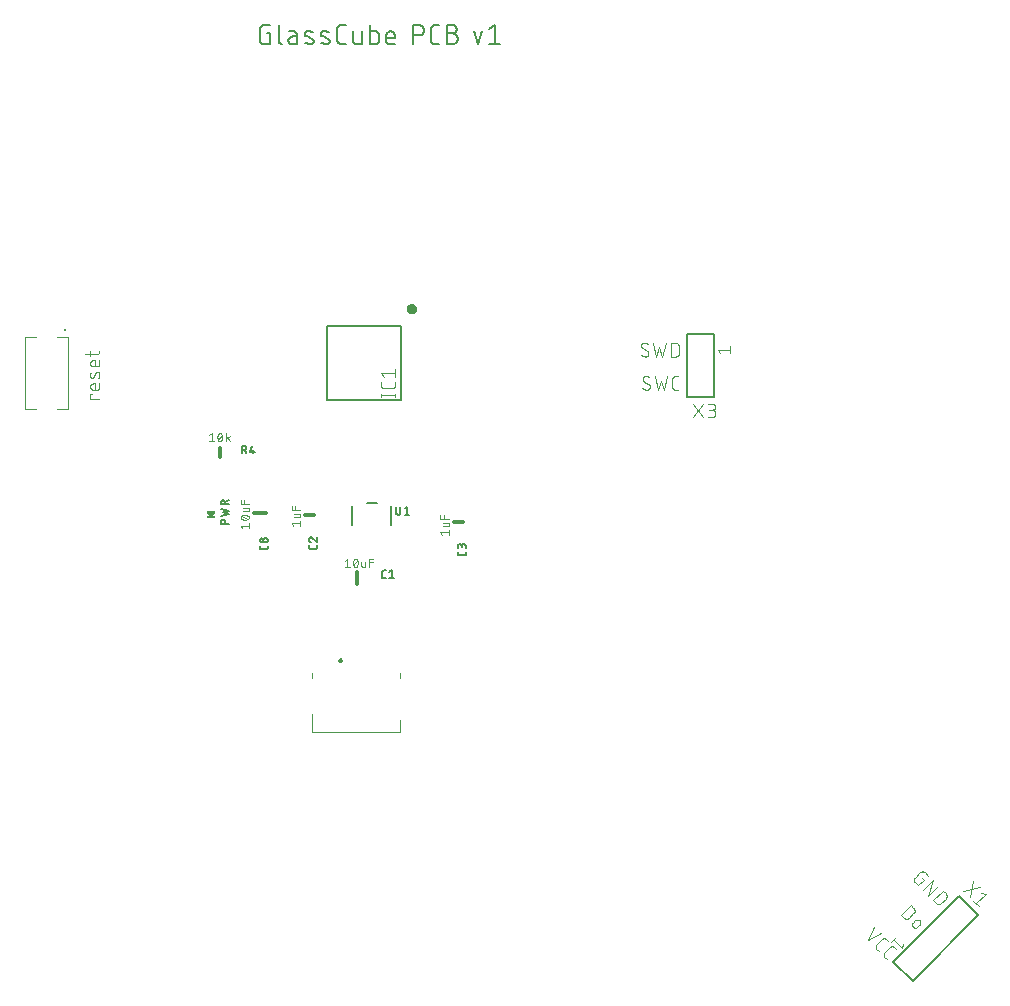
<source format=gbr>
G04 EAGLE Gerber RS-274X export*
G75*
%MOMM*%
%FSLAX34Y34*%
%LPD*%
%INSilkscreen Top*%
%IPPOS*%
%AMOC8*
5,1,8,0,0,1.08239X$1,22.5*%
G01*
%ADD10C,0.101600*%
%ADD11C,0.050800*%
%ADD12C,0.152400*%
%ADD13C,0.304800*%
%ADD14R,0.762000X0.127000*%
%ADD15C,0.203200*%
%ADD16C,0.076200*%
%ADD17C,0.200000*%
%ADD18C,0.400000*%
%ADD19C,0.100000*%
%ADD20C,0.100000*%
%ADD21C,0.200000*%

G36*
X373179Y375978D02*
X373179Y375978D01*
X373199Y375976D01*
X373300Y376001D01*
X373402Y376020D01*
X373419Y376030D01*
X373438Y376034D01*
X373526Y376090D01*
X373616Y376141D01*
X373633Y376158D01*
X373646Y376166D01*
X373666Y376191D01*
X373734Y376259D01*
X376274Y379434D01*
X376289Y379460D01*
X376310Y379482D01*
X376349Y379567D01*
X376395Y379649D01*
X376401Y379678D01*
X376413Y379705D01*
X376423Y379798D01*
X376441Y379890D01*
X376437Y379920D01*
X376440Y379949D01*
X376420Y380041D01*
X376408Y380134D01*
X376394Y380161D01*
X376388Y380190D01*
X376340Y380270D01*
X376298Y380354D01*
X376277Y380375D01*
X376262Y380401D01*
X376190Y380462D01*
X376124Y380528D01*
X376098Y380541D01*
X376075Y380561D01*
X375988Y380596D01*
X375904Y380638D01*
X375874Y380642D01*
X375847Y380653D01*
X375680Y380671D01*
X370600Y380671D01*
X370571Y380666D01*
X370541Y380669D01*
X370450Y380647D01*
X370357Y380632D01*
X370331Y380618D01*
X370302Y380611D01*
X370223Y380560D01*
X370140Y380516D01*
X370119Y380495D01*
X370094Y380479D01*
X370035Y380406D01*
X369971Y380338D01*
X369958Y380311D01*
X369939Y380288D01*
X369906Y380200D01*
X369867Y380115D01*
X369864Y380085D01*
X369853Y380058D01*
X369850Y379964D01*
X369840Y379871D01*
X369846Y379841D01*
X369845Y379812D01*
X369872Y379722D01*
X369892Y379630D01*
X369907Y379605D01*
X369916Y379576D01*
X370006Y379434D01*
X372546Y376259D01*
X372623Y376190D01*
X372696Y376117D01*
X372714Y376108D01*
X372728Y376095D01*
X372824Y376053D01*
X372916Y376007D01*
X372936Y376005D01*
X372954Y375997D01*
X373057Y375988D01*
X373160Y375974D01*
X373179Y375978D01*
G37*
D10*
X934635Y28577D02*
X929127Y17561D01*
X940143Y23069D01*
X936727Y9961D02*
X938562Y8125D01*
X936726Y9961D02*
X936657Y10033D01*
X936591Y10107D01*
X936528Y10184D01*
X936468Y10263D01*
X936410Y10344D01*
X936356Y10428D01*
X936306Y10513D01*
X936258Y10601D01*
X936214Y10690D01*
X936173Y10781D01*
X936136Y10873D01*
X936102Y10966D01*
X936072Y11061D01*
X936046Y11157D01*
X936023Y11254D01*
X936004Y11352D01*
X935989Y11450D01*
X935978Y11549D01*
X935970Y11648D01*
X935966Y11747D01*
X935966Y11847D01*
X935970Y11946D01*
X935978Y12045D01*
X935989Y12144D01*
X936004Y12242D01*
X936023Y12340D01*
X936046Y12437D01*
X936072Y12533D01*
X936102Y12628D01*
X936136Y12721D01*
X936173Y12813D01*
X936214Y12904D01*
X936258Y12993D01*
X936306Y13081D01*
X936356Y13166D01*
X936410Y13250D01*
X936468Y13331D01*
X936528Y13410D01*
X936591Y13487D01*
X936657Y13561D01*
X936726Y13633D01*
X936727Y13633D02*
X941316Y18223D01*
X941387Y18292D01*
X941462Y18359D01*
X941538Y18422D01*
X941617Y18482D01*
X941699Y18539D01*
X941782Y18593D01*
X941868Y18644D01*
X941955Y18692D01*
X942044Y18736D01*
X942135Y18777D01*
X942227Y18814D01*
X942321Y18848D01*
X942416Y18878D01*
X942512Y18904D01*
X942609Y18927D01*
X942706Y18945D01*
X942805Y18961D01*
X942904Y18972D01*
X943003Y18980D01*
X943102Y18984D01*
X943202Y18984D01*
X943301Y18980D01*
X943400Y18972D01*
X943499Y18961D01*
X943597Y18946D01*
X943695Y18927D01*
X943792Y18904D01*
X943888Y18878D01*
X943983Y18848D01*
X944076Y18814D01*
X944169Y18777D01*
X944260Y18736D01*
X944349Y18692D01*
X944436Y18644D01*
X944522Y18594D01*
X944605Y18539D01*
X944686Y18482D01*
X944766Y18422D01*
X944842Y18359D01*
X944917Y18292D01*
X944988Y18223D01*
X946824Y16387D01*
X943462Y3226D02*
X945298Y1390D01*
X943462Y3226D02*
X943393Y3298D01*
X943327Y3372D01*
X943264Y3449D01*
X943204Y3528D01*
X943146Y3609D01*
X943092Y3693D01*
X943042Y3778D01*
X942994Y3866D01*
X942950Y3955D01*
X942909Y4046D01*
X942872Y4138D01*
X942838Y4231D01*
X942808Y4326D01*
X942782Y4422D01*
X942759Y4519D01*
X942740Y4617D01*
X942725Y4715D01*
X942714Y4814D01*
X942706Y4913D01*
X942702Y5012D01*
X942702Y5112D01*
X942706Y5211D01*
X942714Y5310D01*
X942725Y5409D01*
X942740Y5507D01*
X942759Y5605D01*
X942782Y5702D01*
X942808Y5798D01*
X942838Y5893D01*
X942872Y5986D01*
X942909Y6078D01*
X942950Y6169D01*
X942994Y6258D01*
X943042Y6346D01*
X943092Y6431D01*
X943146Y6515D01*
X943204Y6596D01*
X943264Y6675D01*
X943327Y6752D01*
X943393Y6826D01*
X943462Y6898D01*
X948052Y11488D01*
X948123Y11557D01*
X948198Y11624D01*
X948274Y11687D01*
X948353Y11747D01*
X948435Y11804D01*
X948518Y11858D01*
X948604Y11909D01*
X948691Y11957D01*
X948780Y12001D01*
X948871Y12042D01*
X948963Y12079D01*
X949057Y12113D01*
X949152Y12143D01*
X949248Y12169D01*
X949345Y12192D01*
X949442Y12210D01*
X949541Y12226D01*
X949640Y12237D01*
X949739Y12245D01*
X949838Y12249D01*
X949938Y12249D01*
X950037Y12245D01*
X950136Y12237D01*
X950235Y12226D01*
X950333Y12211D01*
X950431Y12192D01*
X950528Y12169D01*
X950624Y12143D01*
X950719Y12113D01*
X950812Y12079D01*
X950905Y12042D01*
X950996Y12001D01*
X951085Y11957D01*
X951172Y11909D01*
X951258Y11859D01*
X951341Y11804D01*
X951422Y11747D01*
X951502Y11687D01*
X951578Y11624D01*
X951653Y11557D01*
X951724Y11488D01*
X953560Y9652D01*
X976588Y68434D02*
X975211Y69811D01*
X976588Y68434D02*
X971998Y63844D01*
X969244Y66598D01*
X969175Y66670D01*
X969109Y66744D01*
X969046Y66821D01*
X968986Y66900D01*
X968928Y66981D01*
X968874Y67065D01*
X968824Y67150D01*
X968776Y67238D01*
X968732Y67327D01*
X968691Y67418D01*
X968654Y67510D01*
X968620Y67603D01*
X968590Y67698D01*
X968564Y67794D01*
X968541Y67891D01*
X968522Y67989D01*
X968507Y68087D01*
X968496Y68186D01*
X968488Y68285D01*
X968484Y68384D01*
X968484Y68484D01*
X968488Y68583D01*
X968496Y68682D01*
X968507Y68781D01*
X968522Y68879D01*
X968541Y68977D01*
X968564Y69074D01*
X968590Y69170D01*
X968620Y69265D01*
X968654Y69358D01*
X968691Y69450D01*
X968732Y69541D01*
X968776Y69630D01*
X968824Y69718D01*
X968874Y69803D01*
X968928Y69887D01*
X968986Y69968D01*
X969046Y70047D01*
X969109Y70124D01*
X969175Y70198D01*
X969244Y70270D01*
X973834Y74860D01*
X973905Y74929D01*
X973980Y74996D01*
X974056Y75059D01*
X974135Y75119D01*
X974217Y75176D01*
X974300Y75230D01*
X974386Y75281D01*
X974473Y75329D01*
X974562Y75373D01*
X974653Y75414D01*
X974745Y75451D01*
X974839Y75485D01*
X974934Y75515D01*
X975030Y75541D01*
X975127Y75564D01*
X975224Y75582D01*
X975323Y75598D01*
X975422Y75609D01*
X975521Y75617D01*
X975620Y75621D01*
X975720Y75621D01*
X975819Y75617D01*
X975918Y75609D01*
X976017Y75598D01*
X976115Y75583D01*
X976213Y75564D01*
X976310Y75541D01*
X976406Y75515D01*
X976501Y75485D01*
X976594Y75451D01*
X976687Y75414D01*
X976778Y75373D01*
X976867Y75329D01*
X976954Y75281D01*
X977040Y75231D01*
X977123Y75176D01*
X977204Y75119D01*
X977284Y75059D01*
X977360Y74996D01*
X977435Y74929D01*
X977506Y74860D01*
X980259Y72106D01*
X984291Y68075D02*
X976029Y59813D01*
X980619Y55223D02*
X984291Y68075D01*
X988880Y63485D02*
X980619Y55223D01*
X984650Y51192D02*
X992912Y59454D01*
X995207Y57159D01*
X995286Y57078D01*
X995362Y56994D01*
X995435Y56907D01*
X995504Y56817D01*
X995571Y56726D01*
X995634Y56632D01*
X995694Y56536D01*
X995751Y56438D01*
X995804Y56338D01*
X995854Y56236D01*
X995900Y56132D01*
X995942Y56027D01*
X995981Y55921D01*
X996016Y55813D01*
X996047Y55704D01*
X996075Y55594D01*
X996098Y55483D01*
X996118Y55372D01*
X996134Y55260D01*
X996146Y55147D01*
X996154Y55034D01*
X996158Y54921D01*
X996158Y54807D01*
X996154Y54694D01*
X996146Y54581D01*
X996134Y54468D01*
X996118Y54356D01*
X996098Y54245D01*
X996075Y54134D01*
X996047Y54024D01*
X996016Y53915D01*
X995981Y53807D01*
X995942Y53701D01*
X995900Y53596D01*
X995854Y53492D01*
X995804Y53390D01*
X995751Y53290D01*
X995694Y53192D01*
X995634Y53096D01*
X995571Y53002D01*
X995504Y52911D01*
X995435Y52821D01*
X995362Y52734D01*
X995286Y52650D01*
X995207Y52569D01*
X991535Y48897D01*
X991454Y48818D01*
X991370Y48742D01*
X991283Y48669D01*
X991193Y48600D01*
X991102Y48533D01*
X991008Y48470D01*
X990912Y48410D01*
X990814Y48353D01*
X990714Y48300D01*
X990612Y48250D01*
X990508Y48204D01*
X990403Y48162D01*
X990297Y48123D01*
X990189Y48088D01*
X990080Y48057D01*
X989970Y48029D01*
X989859Y48006D01*
X989748Y47986D01*
X989636Y47970D01*
X989523Y47958D01*
X989410Y47950D01*
X989297Y47946D01*
X989183Y47946D01*
X989070Y47950D01*
X988957Y47958D01*
X988844Y47970D01*
X988732Y47986D01*
X988621Y48006D01*
X988510Y48029D01*
X988400Y48057D01*
X988291Y48088D01*
X988183Y48123D01*
X988077Y48162D01*
X987972Y48204D01*
X987868Y48250D01*
X987766Y48300D01*
X987666Y48353D01*
X987568Y48410D01*
X987472Y48470D01*
X987378Y48533D01*
X987286Y48600D01*
X987197Y48669D01*
X987110Y48742D01*
X987026Y48818D01*
X986945Y48897D01*
X984650Y51192D01*
X965746Y46996D02*
X957484Y38734D01*
X965746Y46996D02*
X968041Y44701D01*
X968120Y44620D01*
X968196Y44536D01*
X968269Y44449D01*
X968338Y44359D01*
X968405Y44268D01*
X968468Y44174D01*
X968528Y44078D01*
X968585Y43980D01*
X968638Y43880D01*
X968688Y43778D01*
X968734Y43674D01*
X968776Y43569D01*
X968815Y43463D01*
X968850Y43355D01*
X968881Y43246D01*
X968909Y43136D01*
X968932Y43025D01*
X968952Y42914D01*
X968968Y42802D01*
X968980Y42689D01*
X968988Y42576D01*
X968992Y42463D01*
X968992Y42349D01*
X968988Y42236D01*
X968980Y42123D01*
X968968Y42010D01*
X968952Y41898D01*
X968932Y41787D01*
X968909Y41676D01*
X968881Y41566D01*
X968850Y41457D01*
X968815Y41349D01*
X968776Y41243D01*
X968734Y41138D01*
X968688Y41034D01*
X968638Y40932D01*
X968585Y40832D01*
X968528Y40734D01*
X968468Y40638D01*
X968405Y40544D01*
X968338Y40453D01*
X968269Y40363D01*
X968196Y40276D01*
X968120Y40192D01*
X968041Y40111D01*
X964369Y36439D01*
X964288Y36360D01*
X964204Y36284D01*
X964117Y36211D01*
X964027Y36142D01*
X963936Y36075D01*
X963842Y36012D01*
X963746Y35952D01*
X963648Y35895D01*
X963548Y35842D01*
X963446Y35792D01*
X963342Y35746D01*
X963237Y35704D01*
X963131Y35665D01*
X963023Y35630D01*
X962914Y35599D01*
X962804Y35571D01*
X962693Y35548D01*
X962582Y35528D01*
X962470Y35512D01*
X962357Y35500D01*
X962244Y35492D01*
X962131Y35488D01*
X962017Y35488D01*
X961904Y35492D01*
X961791Y35500D01*
X961678Y35512D01*
X961566Y35528D01*
X961455Y35548D01*
X961344Y35571D01*
X961234Y35599D01*
X961125Y35630D01*
X961017Y35665D01*
X960911Y35704D01*
X960806Y35746D01*
X960702Y35792D01*
X960600Y35842D01*
X960500Y35895D01*
X960402Y35952D01*
X960306Y36012D01*
X960212Y36075D01*
X960120Y36142D01*
X960031Y36211D01*
X959944Y36284D01*
X959860Y36360D01*
X959779Y36439D01*
X957484Y38734D01*
X967592Y32298D02*
X969428Y34134D01*
X969501Y34203D01*
X969576Y34270D01*
X969654Y34334D01*
X969734Y34395D01*
X969817Y34453D01*
X969901Y34507D01*
X969988Y34559D01*
X970076Y34606D01*
X970167Y34651D01*
X970259Y34692D01*
X970353Y34729D01*
X970447Y34762D01*
X970544Y34792D01*
X970641Y34818D01*
X970739Y34840D01*
X970838Y34859D01*
X970938Y34873D01*
X971038Y34884D01*
X971138Y34891D01*
X971239Y34894D01*
X971340Y34893D01*
X971440Y34888D01*
X971540Y34879D01*
X971640Y34867D01*
X971740Y34850D01*
X971838Y34830D01*
X971936Y34806D01*
X972033Y34778D01*
X972128Y34746D01*
X972222Y34711D01*
X972315Y34672D01*
X972407Y34629D01*
X972496Y34583D01*
X972584Y34534D01*
X972669Y34481D01*
X972753Y34425D01*
X972834Y34365D01*
X972913Y34303D01*
X972990Y34237D01*
X973064Y34169D01*
X973135Y34098D01*
X973203Y34024D01*
X973269Y33947D01*
X973331Y33868D01*
X973391Y33787D01*
X973447Y33703D01*
X973500Y33618D01*
X973549Y33530D01*
X973595Y33441D01*
X973638Y33349D01*
X973677Y33256D01*
X973712Y33162D01*
X973744Y33067D01*
X973772Y32970D01*
X973796Y32872D01*
X973816Y32774D01*
X973833Y32674D01*
X973845Y32574D01*
X973854Y32474D01*
X973859Y32374D01*
X973860Y32273D01*
X973857Y32172D01*
X973850Y32072D01*
X973839Y31972D01*
X973825Y31872D01*
X973806Y31773D01*
X973784Y31675D01*
X973758Y31578D01*
X973728Y31481D01*
X973695Y31387D01*
X973658Y31293D01*
X973617Y31201D01*
X973572Y31110D01*
X973525Y31022D01*
X973473Y30935D01*
X973419Y30851D01*
X973361Y30768D01*
X973300Y30688D01*
X973236Y30610D01*
X973169Y30535D01*
X973100Y30462D01*
X971264Y28626D01*
X971191Y28557D01*
X971116Y28490D01*
X971038Y28426D01*
X970958Y28365D01*
X970876Y28307D01*
X970791Y28253D01*
X970704Y28201D01*
X970616Y28154D01*
X970525Y28109D01*
X970433Y28068D01*
X970340Y28031D01*
X970245Y27998D01*
X970148Y27968D01*
X970051Y27942D01*
X969953Y27920D01*
X969854Y27901D01*
X969754Y27887D01*
X969654Y27876D01*
X969554Y27869D01*
X969453Y27866D01*
X969353Y27867D01*
X969252Y27872D01*
X969152Y27881D01*
X969052Y27893D01*
X968952Y27910D01*
X968854Y27930D01*
X968756Y27954D01*
X968659Y27982D01*
X968564Y28014D01*
X968470Y28049D01*
X968377Y28088D01*
X968285Y28131D01*
X968196Y28177D01*
X968108Y28226D01*
X968023Y28279D01*
X967939Y28335D01*
X967858Y28395D01*
X967779Y28457D01*
X967702Y28523D01*
X967628Y28591D01*
X967557Y28662D01*
X967489Y28736D01*
X967423Y28813D01*
X967361Y28892D01*
X967301Y28973D01*
X967245Y29057D01*
X967192Y29142D01*
X967143Y29230D01*
X967097Y29319D01*
X967054Y29411D01*
X967015Y29504D01*
X966980Y29598D01*
X966948Y29693D01*
X966920Y29790D01*
X966896Y29888D01*
X966876Y29986D01*
X966859Y30086D01*
X966847Y30186D01*
X966838Y30286D01*
X966833Y30386D01*
X966832Y30487D01*
X966835Y30588D01*
X966842Y30688D01*
X966853Y30788D01*
X966867Y30888D01*
X966886Y30987D01*
X966908Y31085D01*
X966934Y31182D01*
X966964Y31279D01*
X966997Y31373D01*
X967034Y31467D01*
X967075Y31559D01*
X967120Y31650D01*
X967167Y31738D01*
X967219Y31825D01*
X967273Y31909D01*
X967331Y31992D01*
X967392Y32072D01*
X967456Y32150D01*
X967523Y32225D01*
X967592Y32298D01*
X742273Y483362D02*
X742372Y483364D01*
X742472Y483370D01*
X742571Y483379D01*
X742669Y483392D01*
X742767Y483409D01*
X742865Y483430D01*
X742961Y483455D01*
X743056Y483483D01*
X743150Y483515D01*
X743243Y483550D01*
X743335Y483589D01*
X743425Y483632D01*
X743513Y483677D01*
X743600Y483727D01*
X743684Y483779D01*
X743767Y483835D01*
X743847Y483893D01*
X743925Y483955D01*
X744000Y484020D01*
X744073Y484088D01*
X744143Y484158D01*
X744211Y484231D01*
X744276Y484306D01*
X744338Y484384D01*
X744396Y484464D01*
X744452Y484547D01*
X744504Y484631D01*
X744554Y484718D01*
X744599Y484806D01*
X744642Y484896D01*
X744681Y484988D01*
X744716Y485081D01*
X744748Y485175D01*
X744776Y485270D01*
X744801Y485366D01*
X744822Y485464D01*
X744839Y485562D01*
X744852Y485660D01*
X744861Y485759D01*
X744867Y485859D01*
X744869Y485958D01*
X742273Y483362D02*
X742129Y483364D01*
X741984Y483370D01*
X741840Y483379D01*
X741697Y483392D01*
X741553Y483409D01*
X741410Y483430D01*
X741268Y483455D01*
X741127Y483483D01*
X740986Y483515D01*
X740846Y483551D01*
X740707Y483590D01*
X740569Y483633D01*
X740433Y483680D01*
X740297Y483730D01*
X740163Y483784D01*
X740031Y483841D01*
X739900Y483902D01*
X739771Y483966D01*
X739643Y484034D01*
X739517Y484104D01*
X739393Y484179D01*
X739272Y484256D01*
X739152Y484337D01*
X739034Y484420D01*
X738919Y484507D01*
X738806Y484597D01*
X738695Y484690D01*
X738587Y484785D01*
X738481Y484884D01*
X738378Y484985D01*
X738703Y492450D02*
X738705Y492549D01*
X738711Y492649D01*
X738720Y492748D01*
X738733Y492846D01*
X738750Y492944D01*
X738771Y493042D01*
X738796Y493138D01*
X738824Y493233D01*
X738856Y493327D01*
X738891Y493420D01*
X738930Y493512D01*
X738973Y493602D01*
X739018Y493690D01*
X739068Y493777D01*
X739120Y493861D01*
X739176Y493944D01*
X739234Y494024D01*
X739296Y494102D01*
X739361Y494177D01*
X739429Y494250D01*
X739499Y494320D01*
X739572Y494388D01*
X739647Y494453D01*
X739725Y494515D01*
X739805Y494573D01*
X739888Y494629D01*
X739972Y494681D01*
X740059Y494731D01*
X740147Y494776D01*
X740237Y494819D01*
X740329Y494858D01*
X740422Y494893D01*
X740516Y494925D01*
X740611Y494953D01*
X740708Y494978D01*
X740805Y494999D01*
X740903Y495016D01*
X741001Y495029D01*
X741100Y495038D01*
X741200Y495044D01*
X741299Y495046D01*
X741435Y495044D01*
X741571Y495038D01*
X741707Y495029D01*
X741843Y495016D01*
X741978Y494998D01*
X742112Y494978D01*
X742246Y494953D01*
X742380Y494925D01*
X742512Y494892D01*
X742643Y494857D01*
X742774Y494817D01*
X742903Y494774D01*
X743031Y494728D01*
X743157Y494677D01*
X743283Y494624D01*
X743406Y494566D01*
X743528Y494506D01*
X743648Y494442D01*
X743767Y494374D01*
X743883Y494304D01*
X743997Y494230D01*
X744110Y494153D01*
X744220Y494072D01*
X740001Y490178D02*
X739915Y490231D01*
X739831Y490288D01*
X739749Y490347D01*
X739669Y490410D01*
X739592Y490476D01*
X739517Y490544D01*
X739445Y490616D01*
X739376Y490690D01*
X739310Y490767D01*
X739247Y490846D01*
X739187Y490928D01*
X739130Y491012D01*
X739076Y491098D01*
X739026Y491186D01*
X738979Y491276D01*
X738935Y491367D01*
X738896Y491461D01*
X738859Y491555D01*
X738827Y491651D01*
X738798Y491749D01*
X738773Y491847D01*
X738752Y491946D01*
X738734Y492046D01*
X738721Y492146D01*
X738711Y492247D01*
X738705Y492349D01*
X738703Y492450D01*
X743571Y488230D02*
X743657Y488177D01*
X743741Y488120D01*
X743823Y488061D01*
X743903Y487998D01*
X743980Y487932D01*
X744055Y487864D01*
X744127Y487792D01*
X744196Y487718D01*
X744262Y487641D01*
X744325Y487562D01*
X744385Y487480D01*
X744442Y487396D01*
X744496Y487310D01*
X744546Y487222D01*
X744593Y487132D01*
X744637Y487041D01*
X744676Y486947D01*
X744713Y486853D01*
X744745Y486757D01*
X744774Y486659D01*
X744799Y486561D01*
X744820Y486462D01*
X744838Y486362D01*
X744851Y486262D01*
X744861Y486161D01*
X744867Y486059D01*
X744869Y485958D01*
X743571Y488230D02*
X740001Y490178D01*
X749004Y495046D02*
X751600Y483362D01*
X754197Y491151D01*
X756793Y483362D01*
X759389Y495046D01*
X766468Y483362D02*
X769065Y483362D01*
X766468Y483362D02*
X766369Y483364D01*
X766269Y483370D01*
X766170Y483379D01*
X766072Y483392D01*
X765974Y483409D01*
X765876Y483430D01*
X765780Y483455D01*
X765685Y483483D01*
X765591Y483515D01*
X765498Y483550D01*
X765406Y483589D01*
X765316Y483632D01*
X765228Y483677D01*
X765141Y483727D01*
X765057Y483779D01*
X764974Y483835D01*
X764894Y483893D01*
X764816Y483955D01*
X764741Y484020D01*
X764668Y484088D01*
X764598Y484158D01*
X764530Y484231D01*
X764465Y484306D01*
X764403Y484384D01*
X764345Y484464D01*
X764289Y484547D01*
X764237Y484631D01*
X764187Y484718D01*
X764142Y484806D01*
X764099Y484896D01*
X764060Y484988D01*
X764025Y485081D01*
X763993Y485175D01*
X763965Y485270D01*
X763940Y485366D01*
X763919Y485464D01*
X763902Y485562D01*
X763889Y485660D01*
X763880Y485759D01*
X763874Y485859D01*
X763872Y485958D01*
X763872Y492450D01*
X763874Y492549D01*
X763880Y492649D01*
X763889Y492748D01*
X763902Y492846D01*
X763919Y492944D01*
X763940Y493042D01*
X763965Y493138D01*
X763993Y493233D01*
X764025Y493327D01*
X764060Y493420D01*
X764099Y493512D01*
X764142Y493602D01*
X764187Y493690D01*
X764237Y493777D01*
X764289Y493861D01*
X764345Y493944D01*
X764403Y494024D01*
X764465Y494102D01*
X764530Y494177D01*
X764598Y494250D01*
X764668Y494320D01*
X764741Y494388D01*
X764816Y494453D01*
X764894Y494515D01*
X764974Y494573D01*
X765057Y494629D01*
X765141Y494681D01*
X765228Y494731D01*
X765316Y494776D01*
X765406Y494819D01*
X765498Y494858D01*
X765590Y494893D01*
X765685Y494925D01*
X765780Y494953D01*
X765876Y494978D01*
X765974Y494999D01*
X766072Y495016D01*
X766170Y495029D01*
X766269Y495038D01*
X766369Y495044D01*
X766468Y495046D01*
X769065Y495046D01*
X743599Y514152D02*
X743597Y514053D01*
X743591Y513953D01*
X743582Y513854D01*
X743569Y513756D01*
X743552Y513658D01*
X743531Y513560D01*
X743506Y513464D01*
X743478Y513369D01*
X743446Y513275D01*
X743411Y513182D01*
X743372Y513090D01*
X743329Y513000D01*
X743284Y512912D01*
X743234Y512825D01*
X743182Y512741D01*
X743126Y512658D01*
X743068Y512578D01*
X743006Y512500D01*
X742941Y512425D01*
X742873Y512352D01*
X742803Y512282D01*
X742730Y512214D01*
X742655Y512149D01*
X742577Y512087D01*
X742497Y512029D01*
X742414Y511973D01*
X742330Y511921D01*
X742243Y511871D01*
X742155Y511826D01*
X742065Y511783D01*
X741973Y511744D01*
X741880Y511709D01*
X741786Y511677D01*
X741691Y511649D01*
X741595Y511624D01*
X741497Y511603D01*
X741399Y511586D01*
X741301Y511573D01*
X741202Y511564D01*
X741102Y511558D01*
X741003Y511556D01*
X740859Y511558D01*
X740714Y511564D01*
X740570Y511573D01*
X740427Y511586D01*
X740283Y511603D01*
X740140Y511624D01*
X739998Y511649D01*
X739857Y511677D01*
X739716Y511709D01*
X739576Y511745D01*
X739437Y511784D01*
X739299Y511827D01*
X739163Y511874D01*
X739027Y511924D01*
X738893Y511978D01*
X738761Y512035D01*
X738630Y512096D01*
X738501Y512160D01*
X738373Y512228D01*
X738247Y512298D01*
X738123Y512373D01*
X738002Y512450D01*
X737882Y512531D01*
X737764Y512614D01*
X737649Y512701D01*
X737536Y512791D01*
X737425Y512884D01*
X737317Y512979D01*
X737211Y513078D01*
X737108Y513179D01*
X737433Y520644D02*
X737435Y520743D01*
X737441Y520843D01*
X737450Y520942D01*
X737463Y521040D01*
X737480Y521138D01*
X737501Y521236D01*
X737526Y521332D01*
X737554Y521427D01*
X737586Y521521D01*
X737621Y521614D01*
X737660Y521706D01*
X737703Y521796D01*
X737748Y521884D01*
X737798Y521971D01*
X737850Y522055D01*
X737906Y522138D01*
X737964Y522218D01*
X738026Y522296D01*
X738091Y522371D01*
X738159Y522444D01*
X738229Y522514D01*
X738302Y522582D01*
X738377Y522647D01*
X738455Y522709D01*
X738535Y522767D01*
X738618Y522823D01*
X738702Y522875D01*
X738789Y522925D01*
X738877Y522970D01*
X738967Y523013D01*
X739059Y523052D01*
X739152Y523087D01*
X739246Y523119D01*
X739341Y523147D01*
X739438Y523172D01*
X739535Y523193D01*
X739633Y523210D01*
X739731Y523223D01*
X739830Y523232D01*
X739930Y523238D01*
X740029Y523240D01*
X740165Y523238D01*
X740301Y523232D01*
X740437Y523223D01*
X740573Y523210D01*
X740708Y523192D01*
X740842Y523172D01*
X740976Y523147D01*
X741110Y523119D01*
X741242Y523086D01*
X741373Y523051D01*
X741504Y523011D01*
X741633Y522968D01*
X741761Y522922D01*
X741887Y522871D01*
X742013Y522818D01*
X742136Y522760D01*
X742258Y522700D01*
X742378Y522636D01*
X742497Y522568D01*
X742613Y522498D01*
X742727Y522424D01*
X742840Y522347D01*
X742950Y522266D01*
X738731Y518372D02*
X738645Y518425D01*
X738561Y518482D01*
X738479Y518541D01*
X738399Y518604D01*
X738322Y518670D01*
X738247Y518738D01*
X738175Y518810D01*
X738106Y518884D01*
X738040Y518961D01*
X737977Y519040D01*
X737917Y519122D01*
X737860Y519206D01*
X737806Y519292D01*
X737756Y519380D01*
X737709Y519470D01*
X737665Y519561D01*
X737626Y519655D01*
X737589Y519749D01*
X737557Y519845D01*
X737528Y519943D01*
X737503Y520041D01*
X737482Y520140D01*
X737464Y520240D01*
X737451Y520340D01*
X737441Y520441D01*
X737435Y520543D01*
X737433Y520644D01*
X742301Y516424D02*
X742387Y516371D01*
X742471Y516314D01*
X742553Y516255D01*
X742633Y516192D01*
X742710Y516126D01*
X742785Y516058D01*
X742857Y515986D01*
X742926Y515912D01*
X742992Y515835D01*
X743055Y515756D01*
X743115Y515674D01*
X743172Y515590D01*
X743226Y515504D01*
X743276Y515416D01*
X743323Y515326D01*
X743367Y515235D01*
X743406Y515141D01*
X743443Y515047D01*
X743475Y514951D01*
X743504Y514853D01*
X743529Y514755D01*
X743550Y514656D01*
X743568Y514556D01*
X743581Y514456D01*
X743591Y514355D01*
X743597Y514253D01*
X743599Y514152D01*
X742301Y516424D02*
X738731Y518372D01*
X747734Y523240D02*
X750330Y511556D01*
X752927Y519345D01*
X755523Y511556D01*
X758119Y523240D01*
X763016Y523240D02*
X763016Y511556D01*
X763016Y523240D02*
X766262Y523240D01*
X766375Y523238D01*
X766488Y523232D01*
X766601Y523222D01*
X766714Y523208D01*
X766826Y523191D01*
X766937Y523169D01*
X767047Y523144D01*
X767157Y523114D01*
X767265Y523081D01*
X767372Y523044D01*
X767478Y523004D01*
X767582Y522959D01*
X767685Y522911D01*
X767786Y522860D01*
X767885Y522805D01*
X767982Y522747D01*
X768077Y522685D01*
X768170Y522620D01*
X768260Y522552D01*
X768348Y522481D01*
X768434Y522406D01*
X768517Y522329D01*
X768597Y522249D01*
X768674Y522166D01*
X768749Y522080D01*
X768820Y521992D01*
X768888Y521902D01*
X768953Y521809D01*
X769015Y521714D01*
X769073Y521617D01*
X769128Y521518D01*
X769179Y521417D01*
X769227Y521314D01*
X769272Y521210D01*
X769312Y521104D01*
X769349Y520997D01*
X769382Y520889D01*
X769412Y520779D01*
X769437Y520669D01*
X769459Y520558D01*
X769476Y520446D01*
X769490Y520333D01*
X769500Y520220D01*
X769506Y520107D01*
X769508Y519994D01*
X769507Y519994D02*
X769507Y514802D01*
X769508Y514802D02*
X769506Y514689D01*
X769500Y514576D01*
X769490Y514463D01*
X769476Y514350D01*
X769459Y514238D01*
X769437Y514127D01*
X769412Y514017D01*
X769382Y513907D01*
X769349Y513799D01*
X769312Y513692D01*
X769272Y513586D01*
X769227Y513482D01*
X769179Y513379D01*
X769128Y513278D01*
X769073Y513179D01*
X769015Y513082D01*
X768953Y512987D01*
X768888Y512894D01*
X768820Y512804D01*
X768749Y512716D01*
X768674Y512630D01*
X768597Y512547D01*
X768517Y512467D01*
X768434Y512390D01*
X768348Y512315D01*
X768260Y512244D01*
X768170Y512176D01*
X768077Y512111D01*
X767982Y512049D01*
X767885Y511991D01*
X767786Y511936D01*
X767685Y511885D01*
X767582Y511837D01*
X767478Y511792D01*
X767372Y511752D01*
X767265Y511715D01*
X767157Y511682D01*
X767047Y511652D01*
X766937Y511627D01*
X766826Y511605D01*
X766714Y511588D01*
X766601Y511574D01*
X766488Y511564D01*
X766375Y511558D01*
X766262Y511556D01*
X763016Y511556D01*
D11*
X488640Y340360D02*
X486664Y338780D01*
X488640Y340360D02*
X488640Y333248D01*
X490615Y333248D02*
X486664Y333248D01*
X493522Y336804D02*
X493524Y336952D01*
X493529Y337099D01*
X493539Y337247D01*
X493552Y337394D01*
X493568Y337541D01*
X493589Y337687D01*
X493613Y337833D01*
X493641Y337978D01*
X493672Y338122D01*
X493707Y338265D01*
X493746Y338408D01*
X493788Y338549D01*
X493834Y338690D01*
X493883Y338829D01*
X493936Y338967D01*
X493992Y339104D01*
X494052Y339239D01*
X494115Y339372D01*
X494141Y339443D01*
X494171Y339512D01*
X494205Y339580D01*
X494242Y339646D01*
X494282Y339710D01*
X494326Y339772D01*
X494372Y339831D01*
X494422Y339888D01*
X494475Y339942D01*
X494530Y339994D01*
X494588Y340042D01*
X494648Y340088D01*
X494711Y340130D01*
X494776Y340169D01*
X494842Y340205D01*
X494911Y340237D01*
X494980Y340265D01*
X495052Y340290D01*
X495124Y340311D01*
X495198Y340329D01*
X495272Y340342D01*
X495347Y340352D01*
X495422Y340358D01*
X495498Y340360D01*
X495574Y340358D01*
X495649Y340352D01*
X495724Y340342D01*
X495798Y340329D01*
X495872Y340311D01*
X495944Y340290D01*
X496015Y340265D01*
X496085Y340237D01*
X496154Y340205D01*
X496220Y340169D01*
X496285Y340130D01*
X496348Y340088D01*
X496408Y340042D01*
X496466Y339994D01*
X496521Y339942D01*
X496574Y339888D01*
X496624Y339831D01*
X496670Y339772D01*
X496714Y339710D01*
X496754Y339646D01*
X496791Y339580D01*
X496825Y339512D01*
X496855Y339443D01*
X496881Y339372D01*
X496880Y339372D02*
X496943Y339239D01*
X497003Y339104D01*
X497059Y338967D01*
X497112Y338829D01*
X497161Y338690D01*
X497207Y338549D01*
X497249Y338408D01*
X497288Y338265D01*
X497323Y338122D01*
X497354Y337978D01*
X497382Y337833D01*
X497406Y337687D01*
X497427Y337541D01*
X497443Y337394D01*
X497456Y337247D01*
X497466Y337099D01*
X497471Y336952D01*
X497473Y336804D01*
X493522Y336804D02*
X493524Y336656D01*
X493529Y336509D01*
X493539Y336361D01*
X493552Y336214D01*
X493568Y336067D01*
X493589Y335921D01*
X493613Y335776D01*
X493641Y335630D01*
X493672Y335486D01*
X493707Y335343D01*
X493746Y335200D01*
X493788Y335059D01*
X493834Y334918D01*
X493883Y334779D01*
X493936Y334641D01*
X493992Y334504D01*
X494052Y334369D01*
X494115Y334236D01*
X494141Y334165D01*
X494171Y334096D01*
X494205Y334028D01*
X494242Y333962D01*
X494282Y333898D01*
X494326Y333836D01*
X494372Y333777D01*
X494422Y333720D01*
X494475Y333666D01*
X494530Y333614D01*
X494588Y333566D01*
X494648Y333520D01*
X494711Y333478D01*
X494776Y333439D01*
X494842Y333403D01*
X494911Y333371D01*
X494981Y333343D01*
X495052Y333318D01*
X495124Y333297D01*
X495198Y333279D01*
X495272Y333266D01*
X495347Y333256D01*
X495422Y333250D01*
X495498Y333248D01*
X496880Y334236D02*
X496943Y334369D01*
X497003Y334504D01*
X497059Y334641D01*
X497112Y334779D01*
X497161Y334918D01*
X497207Y335059D01*
X497249Y335200D01*
X497288Y335343D01*
X497323Y335486D01*
X497354Y335630D01*
X497382Y335776D01*
X497406Y335921D01*
X497427Y336067D01*
X497443Y336214D01*
X497456Y336361D01*
X497466Y336509D01*
X497471Y336656D01*
X497473Y336804D01*
X496881Y334236D02*
X496855Y334165D01*
X496825Y334096D01*
X496791Y334028D01*
X496754Y333962D01*
X496714Y333898D01*
X496670Y333836D01*
X496624Y333777D01*
X496574Y333720D01*
X496521Y333666D01*
X496466Y333614D01*
X496408Y333566D01*
X496348Y333520D01*
X496285Y333478D01*
X496220Y333439D01*
X496154Y333403D01*
X496085Y333371D01*
X496015Y333343D01*
X495944Y333318D01*
X495872Y333297D01*
X495798Y333279D01*
X495724Y333266D01*
X495649Y333256D01*
X495574Y333250D01*
X495498Y333248D01*
X493917Y334828D02*
X497078Y338780D01*
X500546Y337989D02*
X500546Y334433D01*
X500547Y334433D02*
X500549Y334367D01*
X500554Y334300D01*
X500564Y334235D01*
X500577Y334169D01*
X500593Y334105D01*
X500613Y334042D01*
X500637Y333980D01*
X500664Y333919D01*
X500695Y333860D01*
X500729Y333803D01*
X500766Y333747D01*
X500806Y333694D01*
X500848Y333643D01*
X500894Y333595D01*
X500942Y333549D01*
X500993Y333507D01*
X501046Y333467D01*
X501102Y333430D01*
X501159Y333396D01*
X501218Y333365D01*
X501279Y333338D01*
X501341Y333314D01*
X501404Y333294D01*
X501468Y333278D01*
X501534Y333265D01*
X501599Y333255D01*
X501666Y333250D01*
X501732Y333248D01*
X503707Y333248D01*
X503707Y337989D01*
X507022Y340360D02*
X507022Y333248D01*
X507022Y340360D02*
X510183Y340360D01*
X510183Y337199D02*
X507022Y337199D01*
X399852Y366522D02*
X398272Y368498D01*
X405384Y368498D01*
X405384Y370473D02*
X405384Y366522D01*
X401828Y373380D02*
X401680Y373382D01*
X401533Y373387D01*
X401385Y373397D01*
X401238Y373410D01*
X401091Y373426D01*
X400945Y373447D01*
X400800Y373471D01*
X400654Y373499D01*
X400510Y373530D01*
X400367Y373565D01*
X400224Y373604D01*
X400083Y373646D01*
X399942Y373692D01*
X399803Y373741D01*
X399665Y373794D01*
X399528Y373850D01*
X399393Y373910D01*
X399260Y373973D01*
X399189Y373999D01*
X399120Y374029D01*
X399052Y374063D01*
X398986Y374100D01*
X398922Y374140D01*
X398860Y374184D01*
X398801Y374230D01*
X398744Y374280D01*
X398690Y374333D01*
X398638Y374388D01*
X398590Y374446D01*
X398544Y374506D01*
X398502Y374569D01*
X398463Y374634D01*
X398427Y374700D01*
X398395Y374769D01*
X398367Y374838D01*
X398342Y374910D01*
X398321Y374982D01*
X398303Y375056D01*
X398290Y375130D01*
X398280Y375205D01*
X398274Y375280D01*
X398272Y375356D01*
X398274Y375432D01*
X398280Y375507D01*
X398290Y375582D01*
X398303Y375656D01*
X398321Y375730D01*
X398342Y375802D01*
X398367Y375874D01*
X398395Y375943D01*
X398427Y376012D01*
X398463Y376078D01*
X398502Y376143D01*
X398544Y376206D01*
X398590Y376266D01*
X398638Y376324D01*
X398690Y376379D01*
X398744Y376432D01*
X398801Y376482D01*
X398860Y376528D01*
X398922Y376572D01*
X398986Y376612D01*
X399052Y376649D01*
X399120Y376683D01*
X399189Y376713D01*
X399260Y376739D01*
X399260Y376738D02*
X399393Y376801D01*
X399528Y376861D01*
X399665Y376917D01*
X399803Y376970D01*
X399942Y377019D01*
X400083Y377065D01*
X400224Y377107D01*
X400367Y377146D01*
X400510Y377181D01*
X400654Y377212D01*
X400800Y377240D01*
X400945Y377264D01*
X401091Y377285D01*
X401238Y377301D01*
X401385Y377314D01*
X401533Y377324D01*
X401680Y377329D01*
X401828Y377331D01*
X401828Y373380D02*
X401976Y373382D01*
X402123Y373387D01*
X402271Y373397D01*
X402418Y373410D01*
X402565Y373426D01*
X402711Y373447D01*
X402856Y373471D01*
X403002Y373499D01*
X403146Y373530D01*
X403289Y373565D01*
X403432Y373604D01*
X403573Y373646D01*
X403714Y373692D01*
X403853Y373741D01*
X403991Y373794D01*
X404128Y373850D01*
X404263Y373910D01*
X404396Y373973D01*
X404467Y373999D01*
X404536Y374029D01*
X404604Y374063D01*
X404670Y374100D01*
X404734Y374140D01*
X404796Y374184D01*
X404855Y374230D01*
X404912Y374280D01*
X404966Y374333D01*
X405018Y374388D01*
X405066Y374446D01*
X405112Y374506D01*
X405154Y374569D01*
X405193Y374634D01*
X405229Y374700D01*
X405261Y374769D01*
X405289Y374839D01*
X405314Y374910D01*
X405335Y374982D01*
X405353Y375056D01*
X405366Y375130D01*
X405376Y375205D01*
X405382Y375280D01*
X405384Y375356D01*
X404396Y376738D02*
X404263Y376801D01*
X404128Y376861D01*
X403991Y376917D01*
X403853Y376970D01*
X403714Y377019D01*
X403573Y377065D01*
X403432Y377107D01*
X403289Y377146D01*
X403146Y377181D01*
X403002Y377212D01*
X402856Y377240D01*
X402711Y377264D01*
X402565Y377285D01*
X402418Y377301D01*
X402271Y377314D01*
X402123Y377324D01*
X401976Y377329D01*
X401828Y377331D01*
X404396Y376739D02*
X404467Y376713D01*
X404536Y376683D01*
X404604Y376649D01*
X404670Y376612D01*
X404734Y376572D01*
X404796Y376528D01*
X404855Y376482D01*
X404912Y376432D01*
X404966Y376379D01*
X405018Y376324D01*
X405066Y376266D01*
X405112Y376206D01*
X405154Y376143D01*
X405193Y376078D01*
X405229Y376012D01*
X405261Y375943D01*
X405289Y375873D01*
X405314Y375802D01*
X405335Y375730D01*
X405353Y375656D01*
X405366Y375582D01*
X405376Y375507D01*
X405382Y375432D01*
X405384Y375356D01*
X403804Y373775D02*
X399852Y376936D01*
X400643Y380404D02*
X404199Y380404D01*
X404199Y380405D02*
X404265Y380407D01*
X404332Y380412D01*
X404397Y380422D01*
X404463Y380435D01*
X404527Y380451D01*
X404590Y380471D01*
X404652Y380495D01*
X404713Y380522D01*
X404772Y380553D01*
X404829Y380587D01*
X404885Y380624D01*
X404938Y380664D01*
X404989Y380706D01*
X405037Y380752D01*
X405083Y380800D01*
X405125Y380851D01*
X405165Y380904D01*
X405202Y380960D01*
X405236Y381017D01*
X405267Y381076D01*
X405294Y381137D01*
X405318Y381199D01*
X405338Y381262D01*
X405354Y381326D01*
X405367Y381392D01*
X405377Y381457D01*
X405382Y381524D01*
X405384Y381590D01*
X405384Y383565D01*
X400643Y383565D01*
X398272Y386880D02*
X405384Y386880D01*
X398272Y386880D02*
X398272Y390041D01*
X401433Y390041D02*
X401433Y386880D01*
X567436Y362656D02*
X569016Y360680D01*
X567436Y362656D02*
X574548Y362656D01*
X574548Y364631D02*
X574548Y360680D01*
X573363Y367704D02*
X569807Y367704D01*
X573363Y367705D02*
X573429Y367707D01*
X573496Y367712D01*
X573561Y367722D01*
X573627Y367735D01*
X573691Y367751D01*
X573754Y367771D01*
X573816Y367795D01*
X573877Y367822D01*
X573936Y367853D01*
X573993Y367887D01*
X574049Y367924D01*
X574102Y367964D01*
X574153Y368006D01*
X574201Y368052D01*
X574247Y368100D01*
X574289Y368151D01*
X574329Y368204D01*
X574366Y368260D01*
X574400Y368317D01*
X574431Y368376D01*
X574458Y368437D01*
X574482Y368499D01*
X574502Y368562D01*
X574518Y368626D01*
X574531Y368692D01*
X574541Y368757D01*
X574546Y368824D01*
X574548Y368890D01*
X574548Y370865D01*
X569807Y370865D01*
X567436Y374180D02*
X574548Y374180D01*
X567436Y374180D02*
X567436Y377341D01*
X570597Y377341D02*
X570597Y374180D01*
X443032Y368300D02*
X441452Y370276D01*
X448564Y370276D01*
X448564Y372251D02*
X448564Y368300D01*
X447379Y375324D02*
X443823Y375324D01*
X447379Y375325D02*
X447445Y375327D01*
X447512Y375332D01*
X447577Y375342D01*
X447643Y375355D01*
X447707Y375371D01*
X447770Y375391D01*
X447832Y375415D01*
X447893Y375442D01*
X447952Y375473D01*
X448009Y375507D01*
X448065Y375544D01*
X448118Y375584D01*
X448169Y375626D01*
X448217Y375672D01*
X448263Y375720D01*
X448305Y375771D01*
X448345Y375824D01*
X448382Y375880D01*
X448416Y375937D01*
X448447Y375996D01*
X448474Y376057D01*
X448498Y376119D01*
X448518Y376182D01*
X448534Y376246D01*
X448547Y376312D01*
X448557Y376377D01*
X448562Y376444D01*
X448564Y376510D01*
X448564Y378485D01*
X443823Y378485D01*
X441452Y381800D02*
X448564Y381800D01*
X441452Y381800D02*
X441452Y384961D01*
X444613Y384961D02*
X444613Y381800D01*
X373832Y446786D02*
X371856Y445206D01*
X373832Y446786D02*
X373832Y439674D01*
X375807Y439674D02*
X371856Y439674D01*
X378714Y443230D02*
X378716Y443378D01*
X378721Y443525D01*
X378731Y443673D01*
X378744Y443820D01*
X378760Y443967D01*
X378781Y444113D01*
X378805Y444259D01*
X378833Y444404D01*
X378864Y444548D01*
X378899Y444691D01*
X378938Y444834D01*
X378980Y444975D01*
X379026Y445116D01*
X379075Y445255D01*
X379128Y445393D01*
X379184Y445530D01*
X379244Y445665D01*
X379307Y445798D01*
X379333Y445869D01*
X379363Y445938D01*
X379397Y446006D01*
X379434Y446072D01*
X379474Y446136D01*
X379518Y446198D01*
X379564Y446257D01*
X379614Y446314D01*
X379667Y446368D01*
X379722Y446420D01*
X379780Y446468D01*
X379840Y446514D01*
X379903Y446556D01*
X379968Y446595D01*
X380034Y446631D01*
X380103Y446663D01*
X380172Y446691D01*
X380244Y446716D01*
X380316Y446737D01*
X380390Y446755D01*
X380464Y446768D01*
X380539Y446778D01*
X380614Y446784D01*
X380690Y446786D01*
X380766Y446784D01*
X380841Y446778D01*
X380916Y446768D01*
X380990Y446755D01*
X381064Y446737D01*
X381136Y446716D01*
X381207Y446691D01*
X381277Y446663D01*
X381346Y446631D01*
X381412Y446595D01*
X381477Y446556D01*
X381540Y446514D01*
X381600Y446468D01*
X381658Y446420D01*
X381713Y446368D01*
X381766Y446314D01*
X381816Y446257D01*
X381862Y446198D01*
X381906Y446136D01*
X381946Y446072D01*
X381983Y446006D01*
X382017Y445938D01*
X382047Y445869D01*
X382073Y445798D01*
X382072Y445798D02*
X382135Y445665D01*
X382195Y445530D01*
X382251Y445393D01*
X382304Y445255D01*
X382353Y445116D01*
X382399Y444975D01*
X382441Y444834D01*
X382480Y444691D01*
X382515Y444548D01*
X382546Y444404D01*
X382574Y444259D01*
X382598Y444113D01*
X382619Y443967D01*
X382635Y443820D01*
X382648Y443673D01*
X382658Y443525D01*
X382663Y443378D01*
X382665Y443230D01*
X378714Y443230D02*
X378716Y443082D01*
X378721Y442935D01*
X378731Y442787D01*
X378744Y442640D01*
X378760Y442493D01*
X378781Y442347D01*
X378805Y442202D01*
X378833Y442056D01*
X378864Y441912D01*
X378899Y441769D01*
X378938Y441626D01*
X378980Y441485D01*
X379026Y441344D01*
X379075Y441205D01*
X379128Y441067D01*
X379184Y440930D01*
X379244Y440795D01*
X379307Y440662D01*
X379333Y440591D01*
X379363Y440522D01*
X379397Y440454D01*
X379434Y440388D01*
X379474Y440324D01*
X379518Y440262D01*
X379564Y440203D01*
X379614Y440146D01*
X379667Y440092D01*
X379722Y440040D01*
X379780Y439992D01*
X379840Y439946D01*
X379903Y439904D01*
X379968Y439865D01*
X380034Y439829D01*
X380103Y439797D01*
X380173Y439769D01*
X380244Y439744D01*
X380316Y439723D01*
X380390Y439705D01*
X380464Y439692D01*
X380539Y439682D01*
X380614Y439676D01*
X380690Y439674D01*
X382072Y440662D02*
X382135Y440795D01*
X382195Y440930D01*
X382251Y441067D01*
X382304Y441205D01*
X382353Y441344D01*
X382399Y441485D01*
X382441Y441626D01*
X382480Y441769D01*
X382515Y441912D01*
X382546Y442056D01*
X382574Y442202D01*
X382598Y442347D01*
X382619Y442493D01*
X382635Y442640D01*
X382648Y442787D01*
X382658Y442935D01*
X382663Y443082D01*
X382665Y443230D01*
X382073Y440662D02*
X382047Y440591D01*
X382017Y440522D01*
X381983Y440454D01*
X381946Y440388D01*
X381906Y440324D01*
X381862Y440262D01*
X381816Y440203D01*
X381766Y440146D01*
X381713Y440092D01*
X381658Y440040D01*
X381600Y439992D01*
X381540Y439946D01*
X381477Y439904D01*
X381412Y439865D01*
X381346Y439829D01*
X381277Y439797D01*
X381207Y439769D01*
X381136Y439744D01*
X381064Y439723D01*
X380990Y439705D01*
X380916Y439692D01*
X380841Y439682D01*
X380766Y439676D01*
X380690Y439674D01*
X379109Y441254D02*
X382270Y445206D01*
X385813Y446786D02*
X385813Y439674D01*
X385813Y442045D02*
X388974Y444415D01*
X387196Y443032D02*
X388974Y439674D01*
D10*
X278638Y475996D02*
X270849Y475996D01*
X270849Y479891D01*
X272147Y479891D01*
X278638Y485497D02*
X278638Y488742D01*
X278638Y485497D02*
X278636Y485410D01*
X278630Y485322D01*
X278620Y485236D01*
X278607Y485149D01*
X278589Y485064D01*
X278568Y484979D01*
X278543Y484895D01*
X278514Y484813D01*
X278481Y484732D01*
X278445Y484652D01*
X278406Y484574D01*
X278362Y484498D01*
X278316Y484424D01*
X278266Y484353D01*
X278213Y484283D01*
X278157Y484216D01*
X278098Y484152D01*
X278036Y484090D01*
X277972Y484031D01*
X277905Y483975D01*
X277835Y483922D01*
X277764Y483872D01*
X277690Y483826D01*
X277614Y483782D01*
X277536Y483743D01*
X277456Y483707D01*
X277375Y483674D01*
X277293Y483645D01*
X277209Y483620D01*
X277124Y483599D01*
X277039Y483581D01*
X276952Y483568D01*
X276866Y483558D01*
X276778Y483552D01*
X276691Y483550D01*
X273445Y483550D01*
X273344Y483552D01*
X273244Y483558D01*
X273144Y483568D01*
X273044Y483581D01*
X272945Y483599D01*
X272846Y483620D01*
X272749Y483645D01*
X272652Y483674D01*
X272557Y483707D01*
X272463Y483743D01*
X272371Y483783D01*
X272280Y483826D01*
X272191Y483873D01*
X272104Y483923D01*
X272018Y483977D01*
X271935Y484034D01*
X271855Y484094D01*
X271776Y484157D01*
X271700Y484224D01*
X271627Y484293D01*
X271557Y484365D01*
X271489Y484439D01*
X271424Y484516D01*
X271363Y484596D01*
X271304Y484678D01*
X271249Y484762D01*
X271197Y484848D01*
X271148Y484936D01*
X271103Y485026D01*
X271061Y485118D01*
X271023Y485211D01*
X270989Y485306D01*
X270958Y485401D01*
X270931Y485498D01*
X270908Y485596D01*
X270888Y485695D01*
X270873Y485795D01*
X270861Y485895D01*
X270853Y485995D01*
X270849Y486096D01*
X270849Y486196D01*
X270853Y486297D01*
X270861Y486397D01*
X270873Y486497D01*
X270888Y486597D01*
X270908Y486696D01*
X270931Y486794D01*
X270958Y486891D01*
X270989Y486986D01*
X271023Y487081D01*
X271061Y487174D01*
X271103Y487266D01*
X271148Y487356D01*
X271197Y487444D01*
X271249Y487530D01*
X271304Y487614D01*
X271363Y487696D01*
X271424Y487776D01*
X271489Y487853D01*
X271557Y487927D01*
X271627Y487999D01*
X271700Y488068D01*
X271776Y488135D01*
X271855Y488198D01*
X271935Y488258D01*
X272018Y488315D01*
X272104Y488369D01*
X272191Y488419D01*
X272280Y488466D01*
X272371Y488509D01*
X272463Y488549D01*
X272557Y488585D01*
X272652Y488618D01*
X272749Y488647D01*
X272846Y488672D01*
X272945Y488693D01*
X273044Y488711D01*
X273144Y488724D01*
X273244Y488734D01*
X273344Y488740D01*
X273445Y488742D01*
X274743Y488742D01*
X274743Y483550D01*
X274094Y494429D02*
X275392Y497675D01*
X274095Y494429D02*
X274062Y494354D01*
X274026Y494280D01*
X273987Y494208D01*
X273944Y494138D01*
X273898Y494071D01*
X273848Y494005D01*
X273796Y493943D01*
X273740Y493882D01*
X273682Y493825D01*
X273621Y493770D01*
X273557Y493719D01*
X273491Y493671D01*
X273422Y493626D01*
X273352Y493584D01*
X273279Y493546D01*
X273205Y493511D01*
X273129Y493480D01*
X273052Y493453D01*
X272973Y493430D01*
X272894Y493410D01*
X272813Y493395D01*
X272732Y493383D01*
X272650Y493375D01*
X272569Y493371D01*
X272487Y493372D01*
X272405Y493376D01*
X272323Y493384D01*
X272242Y493396D01*
X272162Y493412D01*
X272082Y493432D01*
X272004Y493456D01*
X271927Y493484D01*
X271851Y493515D01*
X271777Y493550D01*
X271705Y493588D01*
X271634Y493630D01*
X271566Y493676D01*
X271500Y493724D01*
X271437Y493776D01*
X271376Y493831D01*
X271318Y493889D01*
X271262Y493949D01*
X271210Y494012D01*
X271161Y494078D01*
X271115Y494146D01*
X271073Y494216D01*
X271033Y494288D01*
X270998Y494362D01*
X270966Y494437D01*
X270938Y494514D01*
X270914Y494592D01*
X270893Y494672D01*
X270876Y494752D01*
X270864Y494833D01*
X270855Y494914D01*
X270850Y494996D01*
X270849Y495078D01*
X270853Y495255D01*
X270862Y495432D01*
X270876Y495609D01*
X270893Y495786D01*
X270915Y495961D01*
X270940Y496137D01*
X270971Y496311D01*
X271005Y496485D01*
X271043Y496658D01*
X271086Y496830D01*
X271133Y497001D01*
X271183Y497171D01*
X271238Y497340D01*
X271297Y497507D01*
X271360Y497673D01*
X271427Y497837D01*
X271498Y497999D01*
X275392Y497675D02*
X275425Y497750D01*
X275461Y497824D01*
X275500Y497896D01*
X275543Y497966D01*
X275589Y498033D01*
X275639Y498099D01*
X275691Y498161D01*
X275747Y498222D01*
X275805Y498279D01*
X275866Y498334D01*
X275930Y498385D01*
X275996Y498433D01*
X276065Y498478D01*
X276135Y498520D01*
X276208Y498558D01*
X276282Y498593D01*
X276358Y498624D01*
X276435Y498651D01*
X276514Y498674D01*
X276594Y498694D01*
X276674Y498709D01*
X276755Y498721D01*
X276837Y498729D01*
X276918Y498733D01*
X277000Y498732D01*
X277082Y498728D01*
X277164Y498720D01*
X277245Y498708D01*
X277325Y498692D01*
X277405Y498672D01*
X277483Y498648D01*
X277560Y498620D01*
X277636Y498589D01*
X277710Y498554D01*
X277782Y498516D01*
X277853Y498474D01*
X277921Y498428D01*
X277987Y498380D01*
X278050Y498328D01*
X278111Y498273D01*
X278169Y498215D01*
X278225Y498155D01*
X278277Y498092D01*
X278326Y498026D01*
X278372Y497958D01*
X278414Y497888D01*
X278454Y497816D01*
X278489Y497742D01*
X278521Y497667D01*
X278549Y497590D01*
X278573Y497512D01*
X278594Y497432D01*
X278611Y497352D01*
X278623Y497271D01*
X278632Y497190D01*
X278637Y497108D01*
X278638Y497026D01*
X278631Y496766D01*
X278618Y496506D01*
X278599Y496246D01*
X278574Y495987D01*
X278542Y495728D01*
X278505Y495471D01*
X278461Y495214D01*
X278412Y494958D01*
X278356Y494704D01*
X278295Y494451D01*
X278227Y494200D01*
X278153Y493950D01*
X278074Y493702D01*
X277989Y493456D01*
X278638Y505309D02*
X278638Y508554D01*
X278638Y505309D02*
X278636Y505222D01*
X278630Y505134D01*
X278620Y505048D01*
X278607Y504961D01*
X278589Y504876D01*
X278568Y504791D01*
X278543Y504707D01*
X278514Y504625D01*
X278481Y504544D01*
X278445Y504464D01*
X278406Y504386D01*
X278362Y504310D01*
X278316Y504236D01*
X278266Y504165D01*
X278213Y504095D01*
X278157Y504028D01*
X278098Y503964D01*
X278036Y503902D01*
X277972Y503843D01*
X277905Y503787D01*
X277835Y503734D01*
X277764Y503684D01*
X277690Y503638D01*
X277614Y503594D01*
X277536Y503555D01*
X277456Y503519D01*
X277375Y503486D01*
X277293Y503457D01*
X277209Y503432D01*
X277124Y503411D01*
X277039Y503393D01*
X276952Y503380D01*
X276866Y503370D01*
X276778Y503364D01*
X276691Y503362D01*
X273445Y503362D01*
X273344Y503364D01*
X273244Y503370D01*
X273144Y503380D01*
X273044Y503393D01*
X272945Y503411D01*
X272846Y503432D01*
X272749Y503457D01*
X272652Y503486D01*
X272557Y503519D01*
X272463Y503555D01*
X272371Y503595D01*
X272280Y503638D01*
X272191Y503685D01*
X272104Y503735D01*
X272018Y503789D01*
X271935Y503846D01*
X271855Y503906D01*
X271776Y503969D01*
X271700Y504036D01*
X271627Y504105D01*
X271557Y504177D01*
X271489Y504251D01*
X271424Y504328D01*
X271363Y504408D01*
X271304Y504490D01*
X271249Y504574D01*
X271197Y504660D01*
X271148Y504748D01*
X271103Y504838D01*
X271061Y504930D01*
X271023Y505023D01*
X270989Y505118D01*
X270958Y505213D01*
X270931Y505310D01*
X270908Y505408D01*
X270888Y505507D01*
X270873Y505607D01*
X270861Y505707D01*
X270853Y505807D01*
X270849Y505908D01*
X270849Y506008D01*
X270853Y506109D01*
X270861Y506209D01*
X270873Y506309D01*
X270888Y506409D01*
X270908Y506508D01*
X270931Y506606D01*
X270958Y506703D01*
X270989Y506798D01*
X271023Y506893D01*
X271061Y506986D01*
X271103Y507078D01*
X271148Y507168D01*
X271197Y507256D01*
X271249Y507342D01*
X271304Y507426D01*
X271363Y507508D01*
X271424Y507588D01*
X271489Y507665D01*
X271557Y507739D01*
X271627Y507811D01*
X271700Y507880D01*
X271776Y507947D01*
X271855Y508010D01*
X271935Y508070D01*
X272018Y508127D01*
X272104Y508181D01*
X272191Y508231D01*
X272280Y508278D01*
X272371Y508321D01*
X272463Y508361D01*
X272557Y508397D01*
X272652Y508430D01*
X272749Y508459D01*
X272846Y508484D01*
X272945Y508505D01*
X273044Y508523D01*
X273144Y508536D01*
X273244Y508546D01*
X273344Y508552D01*
X273445Y508554D01*
X274743Y508554D01*
X274743Y503362D01*
X270849Y512300D02*
X270849Y516195D01*
X266954Y513599D02*
X276691Y513599D01*
X276778Y513601D01*
X276866Y513607D01*
X276952Y513617D01*
X277039Y513630D01*
X277124Y513648D01*
X277209Y513669D01*
X277293Y513694D01*
X277375Y513723D01*
X277456Y513756D01*
X277536Y513792D01*
X277614Y513831D01*
X277690Y513875D01*
X277764Y513921D01*
X277835Y513971D01*
X277905Y514024D01*
X277972Y514080D01*
X278036Y514139D01*
X278098Y514201D01*
X278157Y514265D01*
X278213Y514332D01*
X278266Y514402D01*
X278316Y514473D01*
X278362Y514547D01*
X278406Y514623D01*
X278445Y514701D01*
X278481Y514781D01*
X278514Y514862D01*
X278543Y514944D01*
X278568Y515028D01*
X278589Y515113D01*
X278607Y515198D01*
X278620Y515285D01*
X278630Y515371D01*
X278636Y515459D01*
X278638Y515546D01*
X278638Y516195D01*
D12*
X420850Y785255D02*
X423559Y785255D01*
X423559Y776224D01*
X418140Y776224D01*
X418022Y776226D01*
X417904Y776232D01*
X417786Y776241D01*
X417669Y776255D01*
X417552Y776272D01*
X417435Y776293D01*
X417320Y776318D01*
X417205Y776347D01*
X417091Y776380D01*
X416979Y776416D01*
X416868Y776456D01*
X416758Y776499D01*
X416649Y776546D01*
X416542Y776596D01*
X416437Y776651D01*
X416334Y776708D01*
X416233Y776769D01*
X416133Y776833D01*
X416036Y776900D01*
X415941Y776970D01*
X415849Y777044D01*
X415758Y777120D01*
X415671Y777200D01*
X415586Y777282D01*
X415504Y777367D01*
X415424Y777454D01*
X415348Y777545D01*
X415274Y777637D01*
X415204Y777732D01*
X415137Y777829D01*
X415073Y777929D01*
X415012Y778030D01*
X414955Y778133D01*
X414900Y778238D01*
X414850Y778345D01*
X414803Y778454D01*
X414760Y778564D01*
X414720Y778675D01*
X414684Y778787D01*
X414651Y778901D01*
X414622Y779016D01*
X414597Y779131D01*
X414576Y779248D01*
X414559Y779365D01*
X414545Y779482D01*
X414536Y779600D01*
X414530Y779718D01*
X414528Y779836D01*
X414528Y788868D01*
X414530Y788986D01*
X414536Y789104D01*
X414545Y789222D01*
X414559Y789339D01*
X414576Y789456D01*
X414597Y789573D01*
X414622Y789688D01*
X414651Y789803D01*
X414684Y789917D01*
X414720Y790029D01*
X414760Y790140D01*
X414803Y790250D01*
X414850Y790359D01*
X414900Y790466D01*
X414954Y790571D01*
X415012Y790674D01*
X415073Y790775D01*
X415137Y790875D01*
X415204Y790972D01*
X415274Y791067D01*
X415348Y791159D01*
X415424Y791250D01*
X415504Y791337D01*
X415586Y791422D01*
X415671Y791504D01*
X415758Y791584D01*
X415849Y791660D01*
X415941Y791734D01*
X416036Y791804D01*
X416133Y791871D01*
X416233Y791935D01*
X416334Y791996D01*
X416437Y792053D01*
X416542Y792107D01*
X416649Y792158D01*
X416758Y792205D01*
X416868Y792248D01*
X416979Y792288D01*
X417091Y792324D01*
X417205Y792357D01*
X417320Y792386D01*
X417435Y792411D01*
X417552Y792432D01*
X417669Y792449D01*
X417786Y792463D01*
X417904Y792472D01*
X418022Y792478D01*
X418140Y792480D01*
X423559Y792480D01*
X430778Y792480D02*
X430778Y778933D01*
X430779Y778933D02*
X430781Y778832D01*
X430787Y778731D01*
X430796Y778630D01*
X430809Y778529D01*
X430826Y778429D01*
X430847Y778330D01*
X430871Y778232D01*
X430899Y778135D01*
X430931Y778038D01*
X430966Y777943D01*
X431005Y777850D01*
X431047Y777758D01*
X431093Y777667D01*
X431142Y777579D01*
X431194Y777492D01*
X431250Y777407D01*
X431308Y777324D01*
X431370Y777244D01*
X431435Y777166D01*
X431502Y777090D01*
X431572Y777017D01*
X431645Y776947D01*
X431721Y776880D01*
X431799Y776815D01*
X431879Y776753D01*
X431962Y776695D01*
X432047Y776639D01*
X432134Y776587D01*
X432222Y776538D01*
X432313Y776492D01*
X432405Y776450D01*
X432498Y776411D01*
X432593Y776376D01*
X432690Y776344D01*
X432787Y776316D01*
X432885Y776292D01*
X432984Y776271D01*
X433084Y776254D01*
X433185Y776241D01*
X433286Y776232D01*
X433387Y776226D01*
X433488Y776224D01*
X441966Y782546D02*
X446030Y782546D01*
X441966Y782546D02*
X441854Y782544D01*
X441743Y782538D01*
X441632Y782528D01*
X441521Y782515D01*
X441411Y782497D01*
X441302Y782475D01*
X441193Y782450D01*
X441085Y782421D01*
X440979Y782388D01*
X440873Y782351D01*
X440769Y782311D01*
X440667Y782267D01*
X440566Y782219D01*
X440467Y782168D01*
X440369Y782113D01*
X440274Y782055D01*
X440181Y781994D01*
X440090Y781929D01*
X440001Y781861D01*
X439915Y781790D01*
X439832Y781717D01*
X439751Y781640D01*
X439672Y781560D01*
X439597Y781478D01*
X439525Y781393D01*
X439455Y781306D01*
X439389Y781216D01*
X439326Y781124D01*
X439266Y781029D01*
X439210Y780933D01*
X439157Y780835D01*
X439108Y780735D01*
X439062Y780633D01*
X439020Y780530D01*
X438981Y780425D01*
X438946Y780319D01*
X438915Y780212D01*
X438888Y780104D01*
X438864Y779995D01*
X438845Y779885D01*
X438829Y779775D01*
X438817Y779664D01*
X438809Y779552D01*
X438805Y779441D01*
X438805Y779329D01*
X438809Y779218D01*
X438817Y779106D01*
X438829Y778995D01*
X438845Y778885D01*
X438864Y778775D01*
X438888Y778666D01*
X438915Y778558D01*
X438946Y778451D01*
X438981Y778345D01*
X439020Y778240D01*
X439062Y778137D01*
X439108Y778035D01*
X439157Y777935D01*
X439210Y777837D01*
X439266Y777741D01*
X439326Y777646D01*
X439389Y777554D01*
X439455Y777464D01*
X439525Y777377D01*
X439597Y777292D01*
X439672Y777210D01*
X439751Y777130D01*
X439832Y777053D01*
X439915Y776980D01*
X440001Y776909D01*
X440090Y776841D01*
X440181Y776776D01*
X440274Y776715D01*
X440369Y776657D01*
X440467Y776602D01*
X440566Y776551D01*
X440667Y776503D01*
X440769Y776459D01*
X440873Y776419D01*
X440979Y776382D01*
X441085Y776349D01*
X441193Y776320D01*
X441302Y776295D01*
X441411Y776273D01*
X441521Y776255D01*
X441632Y776242D01*
X441743Y776232D01*
X441854Y776226D01*
X441966Y776224D01*
X446030Y776224D01*
X446030Y784352D01*
X446029Y784352D02*
X446027Y784453D01*
X446021Y784554D01*
X446012Y784655D01*
X445999Y784756D01*
X445982Y784856D01*
X445961Y784955D01*
X445937Y785053D01*
X445909Y785150D01*
X445877Y785247D01*
X445842Y785342D01*
X445803Y785435D01*
X445761Y785527D01*
X445715Y785618D01*
X445666Y785707D01*
X445614Y785793D01*
X445558Y785878D01*
X445500Y785961D01*
X445438Y786041D01*
X445373Y786119D01*
X445306Y786195D01*
X445236Y786268D01*
X445163Y786338D01*
X445087Y786405D01*
X445009Y786470D01*
X444929Y786532D01*
X444846Y786590D01*
X444761Y786646D01*
X444675Y786698D01*
X444586Y786747D01*
X444495Y786793D01*
X444403Y786835D01*
X444310Y786874D01*
X444215Y786909D01*
X444118Y786941D01*
X444021Y786969D01*
X443923Y786993D01*
X443824Y787014D01*
X443724Y787031D01*
X443623Y787044D01*
X443522Y787053D01*
X443421Y787059D01*
X443320Y787061D01*
X439708Y787061D01*
X454301Y782546D02*
X458816Y780740D01*
X454300Y782546D02*
X454212Y782583D01*
X454126Y782624D01*
X454041Y782668D01*
X453958Y782716D01*
X453878Y782767D01*
X453799Y782821D01*
X453723Y782879D01*
X453649Y782939D01*
X453577Y783003D01*
X453509Y783069D01*
X453443Y783139D01*
X453380Y783210D01*
X453319Y783285D01*
X453262Y783361D01*
X453209Y783440D01*
X453158Y783521D01*
X453111Y783604D01*
X453067Y783689D01*
X453027Y783776D01*
X452990Y783864D01*
X452957Y783954D01*
X452927Y784045D01*
X452902Y784137D01*
X452880Y784230D01*
X452862Y784324D01*
X452847Y784418D01*
X452837Y784513D01*
X452831Y784609D01*
X452828Y784704D01*
X452829Y784800D01*
X452835Y784895D01*
X452844Y784991D01*
X452857Y785085D01*
X452873Y785179D01*
X452894Y785273D01*
X452919Y785365D01*
X452947Y785456D01*
X452979Y785546D01*
X453014Y785635D01*
X453053Y785722D01*
X453096Y785808D01*
X453142Y785892D01*
X453192Y785973D01*
X453244Y786053D01*
X453300Y786131D01*
X453360Y786206D01*
X453422Y786278D01*
X453487Y786348D01*
X453555Y786416D01*
X453625Y786480D01*
X453698Y786542D01*
X453774Y786600D01*
X453852Y786656D01*
X453932Y786708D01*
X454014Y786757D01*
X454098Y786802D01*
X454184Y786844D01*
X454271Y786883D01*
X454360Y786918D01*
X454451Y786949D01*
X454542Y786976D01*
X454635Y787000D01*
X454728Y787020D01*
X454822Y787036D01*
X454917Y787048D01*
X455012Y787057D01*
X455108Y787061D01*
X455203Y787062D01*
X455450Y787055D01*
X455696Y787043D01*
X455942Y787025D01*
X456188Y787000D01*
X456432Y786970D01*
X456676Y786934D01*
X456919Y786893D01*
X457161Y786845D01*
X457402Y786791D01*
X457641Y786732D01*
X457879Y786667D01*
X458115Y786596D01*
X458350Y786520D01*
X458583Y786438D01*
X458813Y786350D01*
X459041Y786257D01*
X459268Y786159D01*
X458817Y780739D02*
X458905Y780702D01*
X458991Y780661D01*
X459076Y780617D01*
X459159Y780569D01*
X459239Y780518D01*
X459318Y780464D01*
X459394Y780406D01*
X459468Y780346D01*
X459540Y780282D01*
X459608Y780216D01*
X459674Y780146D01*
X459737Y780075D01*
X459798Y780000D01*
X459855Y779924D01*
X459908Y779845D01*
X459959Y779764D01*
X460006Y779681D01*
X460050Y779596D01*
X460090Y779509D01*
X460127Y779421D01*
X460160Y779331D01*
X460190Y779240D01*
X460215Y779148D01*
X460237Y779055D01*
X460255Y778961D01*
X460270Y778867D01*
X460280Y778772D01*
X460286Y778676D01*
X460289Y778581D01*
X460288Y778485D01*
X460282Y778390D01*
X460273Y778294D01*
X460260Y778200D01*
X460244Y778106D01*
X460223Y778012D01*
X460198Y777920D01*
X460170Y777829D01*
X460138Y777739D01*
X460103Y777650D01*
X460064Y777563D01*
X460021Y777477D01*
X459975Y777393D01*
X459925Y777312D01*
X459873Y777232D01*
X459817Y777154D01*
X459757Y777079D01*
X459695Y777007D01*
X459630Y776937D01*
X459562Y776869D01*
X459492Y776805D01*
X459419Y776743D01*
X459343Y776685D01*
X459265Y776629D01*
X459185Y776577D01*
X459103Y776528D01*
X459019Y776483D01*
X458933Y776441D01*
X458846Y776402D01*
X458757Y776367D01*
X458666Y776336D01*
X458575Y776309D01*
X458482Y776285D01*
X458389Y776265D01*
X458295Y776249D01*
X458200Y776237D01*
X458105Y776228D01*
X458009Y776224D01*
X457914Y776223D01*
X457913Y776224D02*
X457551Y776233D01*
X457189Y776251D01*
X456828Y776278D01*
X456468Y776313D01*
X456108Y776356D01*
X455749Y776408D01*
X455392Y776469D01*
X455037Y776538D01*
X454683Y776615D01*
X454331Y776701D01*
X453981Y776795D01*
X453633Y776898D01*
X453288Y777008D01*
X452946Y777127D01*
X467848Y782546D02*
X472363Y780740D01*
X467847Y782546D02*
X467759Y782583D01*
X467673Y782624D01*
X467588Y782668D01*
X467505Y782716D01*
X467425Y782767D01*
X467346Y782821D01*
X467270Y782879D01*
X467196Y782939D01*
X467124Y783003D01*
X467056Y783069D01*
X466990Y783139D01*
X466927Y783210D01*
X466866Y783285D01*
X466809Y783361D01*
X466756Y783440D01*
X466705Y783521D01*
X466658Y783604D01*
X466614Y783689D01*
X466574Y783776D01*
X466537Y783864D01*
X466504Y783954D01*
X466474Y784045D01*
X466449Y784137D01*
X466427Y784230D01*
X466409Y784324D01*
X466394Y784418D01*
X466384Y784513D01*
X466378Y784609D01*
X466375Y784704D01*
X466376Y784800D01*
X466382Y784895D01*
X466391Y784991D01*
X466404Y785085D01*
X466420Y785179D01*
X466441Y785273D01*
X466466Y785365D01*
X466494Y785456D01*
X466526Y785546D01*
X466561Y785635D01*
X466600Y785722D01*
X466643Y785808D01*
X466689Y785892D01*
X466739Y785973D01*
X466791Y786053D01*
X466847Y786131D01*
X466907Y786206D01*
X466969Y786278D01*
X467034Y786348D01*
X467102Y786416D01*
X467172Y786480D01*
X467245Y786542D01*
X467321Y786600D01*
X467399Y786656D01*
X467479Y786708D01*
X467561Y786757D01*
X467645Y786802D01*
X467731Y786844D01*
X467818Y786883D01*
X467907Y786918D01*
X467998Y786949D01*
X468089Y786976D01*
X468182Y787000D01*
X468275Y787020D01*
X468369Y787036D01*
X468464Y787048D01*
X468559Y787057D01*
X468655Y787061D01*
X468750Y787062D01*
X468997Y787055D01*
X469243Y787043D01*
X469489Y787025D01*
X469735Y787000D01*
X469979Y786970D01*
X470223Y786934D01*
X470466Y786893D01*
X470708Y786845D01*
X470949Y786791D01*
X471188Y786732D01*
X471426Y786667D01*
X471662Y786596D01*
X471897Y786520D01*
X472130Y786438D01*
X472360Y786350D01*
X472588Y786257D01*
X472815Y786159D01*
X472364Y780739D02*
X472452Y780702D01*
X472538Y780661D01*
X472623Y780617D01*
X472706Y780569D01*
X472786Y780518D01*
X472865Y780464D01*
X472941Y780406D01*
X473015Y780346D01*
X473087Y780282D01*
X473155Y780216D01*
X473221Y780146D01*
X473284Y780075D01*
X473345Y780000D01*
X473402Y779924D01*
X473455Y779845D01*
X473506Y779764D01*
X473553Y779681D01*
X473597Y779596D01*
X473637Y779509D01*
X473674Y779421D01*
X473707Y779331D01*
X473737Y779240D01*
X473762Y779148D01*
X473784Y779055D01*
X473802Y778961D01*
X473817Y778867D01*
X473827Y778772D01*
X473833Y778676D01*
X473836Y778581D01*
X473835Y778485D01*
X473829Y778390D01*
X473820Y778294D01*
X473807Y778200D01*
X473791Y778106D01*
X473770Y778012D01*
X473745Y777920D01*
X473717Y777829D01*
X473685Y777739D01*
X473650Y777650D01*
X473611Y777563D01*
X473568Y777477D01*
X473522Y777393D01*
X473472Y777312D01*
X473420Y777232D01*
X473364Y777154D01*
X473304Y777079D01*
X473242Y777007D01*
X473177Y776937D01*
X473109Y776869D01*
X473039Y776805D01*
X472966Y776743D01*
X472890Y776685D01*
X472812Y776629D01*
X472732Y776577D01*
X472650Y776528D01*
X472566Y776483D01*
X472480Y776441D01*
X472393Y776402D01*
X472304Y776367D01*
X472213Y776336D01*
X472122Y776309D01*
X472029Y776285D01*
X471936Y776265D01*
X471842Y776249D01*
X471747Y776237D01*
X471652Y776228D01*
X471556Y776224D01*
X471461Y776223D01*
X471460Y776224D02*
X471098Y776233D01*
X470736Y776251D01*
X470375Y776278D01*
X470015Y776313D01*
X469655Y776356D01*
X469296Y776408D01*
X468939Y776469D01*
X468584Y776538D01*
X468230Y776615D01*
X467878Y776701D01*
X467528Y776795D01*
X467180Y776898D01*
X466835Y777008D01*
X466493Y777127D01*
X483752Y776224D02*
X487365Y776224D01*
X483752Y776224D02*
X483634Y776226D01*
X483516Y776232D01*
X483398Y776241D01*
X483281Y776255D01*
X483164Y776272D01*
X483047Y776293D01*
X482932Y776318D01*
X482817Y776347D01*
X482703Y776380D01*
X482591Y776416D01*
X482480Y776456D01*
X482370Y776499D01*
X482261Y776546D01*
X482154Y776596D01*
X482049Y776651D01*
X481946Y776708D01*
X481845Y776769D01*
X481745Y776833D01*
X481648Y776900D01*
X481553Y776970D01*
X481461Y777044D01*
X481370Y777120D01*
X481283Y777200D01*
X481198Y777282D01*
X481116Y777367D01*
X481036Y777454D01*
X480960Y777545D01*
X480886Y777637D01*
X480816Y777732D01*
X480749Y777829D01*
X480685Y777929D01*
X480624Y778030D01*
X480567Y778133D01*
X480512Y778238D01*
X480462Y778345D01*
X480415Y778454D01*
X480372Y778564D01*
X480332Y778675D01*
X480296Y778787D01*
X480263Y778901D01*
X480234Y779016D01*
X480209Y779131D01*
X480188Y779248D01*
X480171Y779365D01*
X480157Y779482D01*
X480148Y779600D01*
X480142Y779718D01*
X480140Y779836D01*
X480140Y788868D01*
X480142Y788986D01*
X480148Y789104D01*
X480157Y789222D01*
X480171Y789339D01*
X480188Y789456D01*
X480209Y789573D01*
X480234Y789688D01*
X480263Y789803D01*
X480296Y789917D01*
X480332Y790029D01*
X480372Y790140D01*
X480415Y790250D01*
X480462Y790359D01*
X480512Y790466D01*
X480566Y790571D01*
X480624Y790674D01*
X480685Y790775D01*
X480749Y790875D01*
X480816Y790972D01*
X480886Y791067D01*
X480960Y791159D01*
X481036Y791250D01*
X481116Y791337D01*
X481198Y791422D01*
X481283Y791504D01*
X481370Y791584D01*
X481461Y791660D01*
X481553Y791734D01*
X481648Y791804D01*
X481745Y791871D01*
X481845Y791935D01*
X481946Y791996D01*
X482049Y792053D01*
X482154Y792107D01*
X482261Y792158D01*
X482370Y792205D01*
X482480Y792248D01*
X482591Y792288D01*
X482703Y792324D01*
X482817Y792357D01*
X482932Y792386D01*
X483047Y792411D01*
X483164Y792432D01*
X483281Y792449D01*
X483398Y792463D01*
X483516Y792472D01*
X483634Y792478D01*
X483752Y792480D01*
X487365Y792480D01*
X493587Y787061D02*
X493587Y778933D01*
X493588Y778933D02*
X493590Y778832D01*
X493596Y778731D01*
X493605Y778630D01*
X493618Y778529D01*
X493635Y778429D01*
X493656Y778330D01*
X493680Y778232D01*
X493708Y778135D01*
X493740Y778038D01*
X493775Y777943D01*
X493814Y777850D01*
X493856Y777758D01*
X493902Y777667D01*
X493951Y777579D01*
X494003Y777492D01*
X494059Y777407D01*
X494117Y777324D01*
X494179Y777244D01*
X494244Y777166D01*
X494311Y777090D01*
X494381Y777017D01*
X494454Y776947D01*
X494530Y776880D01*
X494608Y776815D01*
X494688Y776753D01*
X494771Y776695D01*
X494856Y776639D01*
X494943Y776587D01*
X495031Y776538D01*
X495122Y776492D01*
X495214Y776450D01*
X495307Y776411D01*
X495402Y776376D01*
X495499Y776344D01*
X495596Y776316D01*
X495694Y776292D01*
X495793Y776271D01*
X495893Y776254D01*
X495994Y776241D01*
X496095Y776232D01*
X496196Y776226D01*
X496297Y776224D01*
X500812Y776224D01*
X500812Y787061D01*
X508250Y792480D02*
X508250Y776224D01*
X512765Y776224D01*
X512869Y776226D01*
X512972Y776232D01*
X513076Y776242D01*
X513179Y776256D01*
X513281Y776274D01*
X513382Y776295D01*
X513483Y776321D01*
X513582Y776350D01*
X513681Y776383D01*
X513778Y776420D01*
X513873Y776461D01*
X513967Y776505D01*
X514059Y776553D01*
X514149Y776604D01*
X514238Y776659D01*
X514324Y776717D01*
X514407Y776779D01*
X514489Y776843D01*
X514567Y776911D01*
X514643Y776981D01*
X514717Y777054D01*
X514787Y777131D01*
X514855Y777209D01*
X514919Y777291D01*
X514981Y777374D01*
X515039Y777460D01*
X515094Y777549D01*
X515145Y777639D01*
X515193Y777731D01*
X515237Y777825D01*
X515278Y777920D01*
X515315Y778017D01*
X515348Y778116D01*
X515377Y778215D01*
X515403Y778316D01*
X515424Y778417D01*
X515442Y778519D01*
X515456Y778622D01*
X515466Y778726D01*
X515472Y778829D01*
X515474Y778933D01*
X515475Y778933D02*
X515475Y784352D01*
X515474Y784352D02*
X515472Y784453D01*
X515466Y784554D01*
X515457Y784655D01*
X515444Y784756D01*
X515427Y784856D01*
X515406Y784955D01*
X515382Y785053D01*
X515354Y785150D01*
X515322Y785247D01*
X515287Y785342D01*
X515248Y785435D01*
X515206Y785527D01*
X515160Y785618D01*
X515111Y785707D01*
X515059Y785793D01*
X515003Y785878D01*
X514945Y785961D01*
X514883Y786041D01*
X514818Y786119D01*
X514751Y786195D01*
X514681Y786268D01*
X514608Y786338D01*
X514532Y786405D01*
X514454Y786470D01*
X514374Y786532D01*
X514291Y786590D01*
X514206Y786646D01*
X514120Y786698D01*
X514031Y786747D01*
X513940Y786793D01*
X513848Y786835D01*
X513755Y786874D01*
X513660Y786909D01*
X513563Y786941D01*
X513466Y786969D01*
X513368Y786993D01*
X513269Y787014D01*
X513169Y787031D01*
X513068Y787044D01*
X512967Y787053D01*
X512866Y787059D01*
X512765Y787061D01*
X508250Y787061D01*
X524433Y776224D02*
X528948Y776224D01*
X524433Y776224D02*
X524332Y776226D01*
X524231Y776232D01*
X524130Y776241D01*
X524029Y776254D01*
X523929Y776271D01*
X523830Y776292D01*
X523732Y776316D01*
X523635Y776344D01*
X523538Y776376D01*
X523443Y776411D01*
X523350Y776450D01*
X523258Y776492D01*
X523167Y776538D01*
X523079Y776587D01*
X522992Y776639D01*
X522907Y776695D01*
X522824Y776753D01*
X522744Y776815D01*
X522666Y776880D01*
X522590Y776947D01*
X522517Y777017D01*
X522447Y777090D01*
X522380Y777166D01*
X522315Y777244D01*
X522253Y777324D01*
X522195Y777407D01*
X522139Y777492D01*
X522087Y777579D01*
X522038Y777667D01*
X521992Y777758D01*
X521950Y777850D01*
X521911Y777943D01*
X521876Y778038D01*
X521844Y778135D01*
X521816Y778232D01*
X521792Y778330D01*
X521771Y778429D01*
X521754Y778529D01*
X521741Y778630D01*
X521732Y778731D01*
X521726Y778832D01*
X521724Y778933D01*
X521723Y778933D02*
X521723Y783449D01*
X521724Y783449D02*
X521726Y783568D01*
X521732Y783688D01*
X521742Y783807D01*
X521756Y783925D01*
X521773Y784044D01*
X521795Y784161D01*
X521820Y784278D01*
X521850Y784393D01*
X521883Y784508D01*
X521920Y784622D01*
X521960Y784734D01*
X522005Y784845D01*
X522053Y784954D01*
X522104Y785062D01*
X522159Y785168D01*
X522218Y785272D01*
X522280Y785374D01*
X522345Y785474D01*
X522414Y785572D01*
X522486Y785668D01*
X522561Y785761D01*
X522638Y785851D01*
X522719Y785939D01*
X522803Y786024D01*
X522890Y786106D01*
X522979Y786186D01*
X523071Y786262D01*
X523165Y786336D01*
X523262Y786406D01*
X523360Y786473D01*
X523461Y786537D01*
X523565Y786597D01*
X523670Y786654D01*
X523777Y786707D01*
X523885Y786757D01*
X523995Y786803D01*
X524107Y786845D01*
X524220Y786884D01*
X524334Y786919D01*
X524449Y786950D01*
X524566Y786978D01*
X524683Y787001D01*
X524800Y787021D01*
X524919Y787037D01*
X525038Y787049D01*
X525157Y787057D01*
X525276Y787061D01*
X525396Y787061D01*
X525515Y787057D01*
X525634Y787049D01*
X525753Y787037D01*
X525872Y787021D01*
X525989Y787001D01*
X526106Y786978D01*
X526223Y786950D01*
X526338Y786919D01*
X526452Y786884D01*
X526565Y786845D01*
X526677Y786803D01*
X526787Y786757D01*
X526895Y786707D01*
X527002Y786654D01*
X527107Y786597D01*
X527211Y786537D01*
X527312Y786473D01*
X527410Y786406D01*
X527507Y786336D01*
X527601Y786262D01*
X527693Y786186D01*
X527782Y786106D01*
X527869Y786024D01*
X527953Y785939D01*
X528034Y785851D01*
X528111Y785761D01*
X528186Y785668D01*
X528258Y785572D01*
X528327Y785474D01*
X528392Y785374D01*
X528454Y785272D01*
X528513Y785168D01*
X528568Y785062D01*
X528619Y784954D01*
X528667Y784845D01*
X528712Y784734D01*
X528752Y784622D01*
X528789Y784508D01*
X528822Y784393D01*
X528852Y784278D01*
X528877Y784161D01*
X528899Y784044D01*
X528916Y783925D01*
X528930Y783807D01*
X528940Y783688D01*
X528946Y783568D01*
X528948Y783449D01*
X528948Y781643D01*
X521723Y781643D01*
X544478Y776224D02*
X544478Y792480D01*
X548994Y792480D01*
X549127Y792478D01*
X549259Y792472D01*
X549391Y792462D01*
X549523Y792449D01*
X549655Y792431D01*
X549785Y792410D01*
X549916Y792385D01*
X550045Y792356D01*
X550173Y792323D01*
X550301Y792287D01*
X550427Y792247D01*
X550552Y792203D01*
X550676Y792155D01*
X550798Y792104D01*
X550919Y792049D01*
X551038Y791991D01*
X551156Y791929D01*
X551271Y791864D01*
X551385Y791795D01*
X551496Y791724D01*
X551605Y791648D01*
X551712Y791570D01*
X551817Y791489D01*
X551919Y791404D01*
X552019Y791317D01*
X552116Y791227D01*
X552211Y791134D01*
X552302Y791038D01*
X552391Y790940D01*
X552477Y790839D01*
X552560Y790735D01*
X552640Y790629D01*
X552716Y790521D01*
X552790Y790411D01*
X552860Y790298D01*
X552927Y790184D01*
X552990Y790067D01*
X553050Y789949D01*
X553107Y789829D01*
X553160Y789707D01*
X553209Y789584D01*
X553255Y789460D01*
X553297Y789334D01*
X553335Y789207D01*
X553370Y789079D01*
X553401Y788950D01*
X553428Y788821D01*
X553451Y788690D01*
X553471Y788559D01*
X553486Y788427D01*
X553498Y788295D01*
X553506Y788163D01*
X553510Y788030D01*
X553510Y787898D01*
X553506Y787765D01*
X553498Y787633D01*
X553486Y787501D01*
X553471Y787369D01*
X553451Y787238D01*
X553428Y787107D01*
X553401Y786978D01*
X553370Y786849D01*
X553335Y786721D01*
X553297Y786594D01*
X553255Y786468D01*
X553209Y786344D01*
X553160Y786221D01*
X553107Y786099D01*
X553050Y785979D01*
X552990Y785861D01*
X552927Y785744D01*
X552860Y785630D01*
X552790Y785517D01*
X552716Y785407D01*
X552640Y785299D01*
X552560Y785193D01*
X552477Y785089D01*
X552391Y784988D01*
X552302Y784890D01*
X552211Y784794D01*
X552116Y784701D01*
X552019Y784611D01*
X551919Y784524D01*
X551817Y784439D01*
X551712Y784358D01*
X551605Y784280D01*
X551496Y784204D01*
X551385Y784133D01*
X551271Y784064D01*
X551156Y783999D01*
X551038Y783937D01*
X550919Y783879D01*
X550798Y783824D01*
X550676Y783773D01*
X550552Y783725D01*
X550427Y783681D01*
X550301Y783641D01*
X550173Y783605D01*
X550045Y783572D01*
X549916Y783543D01*
X549785Y783518D01*
X549655Y783497D01*
X549523Y783479D01*
X549391Y783466D01*
X549259Y783456D01*
X549127Y783450D01*
X548994Y783448D01*
X548994Y783449D02*
X544478Y783449D01*
X562950Y776224D02*
X566563Y776224D01*
X562950Y776224D02*
X562832Y776226D01*
X562714Y776232D01*
X562596Y776241D01*
X562479Y776255D01*
X562362Y776272D01*
X562245Y776293D01*
X562130Y776318D01*
X562015Y776347D01*
X561901Y776380D01*
X561789Y776416D01*
X561678Y776456D01*
X561568Y776499D01*
X561459Y776546D01*
X561352Y776596D01*
X561247Y776651D01*
X561144Y776708D01*
X561043Y776769D01*
X560943Y776833D01*
X560846Y776900D01*
X560751Y776970D01*
X560659Y777044D01*
X560568Y777120D01*
X560481Y777200D01*
X560396Y777282D01*
X560314Y777367D01*
X560234Y777454D01*
X560158Y777545D01*
X560084Y777637D01*
X560014Y777732D01*
X559947Y777829D01*
X559883Y777929D01*
X559822Y778030D01*
X559765Y778133D01*
X559710Y778238D01*
X559660Y778345D01*
X559613Y778454D01*
X559570Y778564D01*
X559530Y778675D01*
X559494Y778787D01*
X559461Y778901D01*
X559432Y779016D01*
X559407Y779131D01*
X559386Y779248D01*
X559369Y779365D01*
X559355Y779482D01*
X559346Y779600D01*
X559340Y779718D01*
X559338Y779836D01*
X559338Y788868D01*
X559340Y788986D01*
X559346Y789104D01*
X559355Y789222D01*
X559369Y789339D01*
X559386Y789456D01*
X559407Y789573D01*
X559432Y789688D01*
X559461Y789803D01*
X559494Y789917D01*
X559530Y790029D01*
X559570Y790140D01*
X559613Y790250D01*
X559660Y790359D01*
X559710Y790466D01*
X559764Y790571D01*
X559822Y790674D01*
X559883Y790775D01*
X559947Y790875D01*
X560014Y790972D01*
X560084Y791067D01*
X560158Y791159D01*
X560234Y791250D01*
X560314Y791337D01*
X560396Y791422D01*
X560481Y791504D01*
X560568Y791584D01*
X560659Y791660D01*
X560751Y791734D01*
X560846Y791804D01*
X560943Y791871D01*
X561043Y791935D01*
X561144Y791996D01*
X561247Y792053D01*
X561352Y792107D01*
X561459Y792158D01*
X561568Y792205D01*
X561678Y792248D01*
X561789Y792288D01*
X561901Y792324D01*
X562015Y792357D01*
X562130Y792386D01*
X562245Y792411D01*
X562362Y792432D01*
X562479Y792449D01*
X562596Y792463D01*
X562714Y792472D01*
X562832Y792478D01*
X562950Y792480D01*
X566563Y792480D01*
X573135Y785255D02*
X577651Y785255D01*
X577651Y785256D02*
X577784Y785254D01*
X577916Y785248D01*
X578048Y785238D01*
X578180Y785225D01*
X578312Y785207D01*
X578442Y785186D01*
X578573Y785161D01*
X578702Y785132D01*
X578830Y785099D01*
X578958Y785063D01*
X579084Y785023D01*
X579209Y784979D01*
X579333Y784931D01*
X579455Y784880D01*
X579576Y784825D01*
X579695Y784767D01*
X579813Y784705D01*
X579928Y784640D01*
X580042Y784571D01*
X580153Y784500D01*
X580262Y784424D01*
X580369Y784346D01*
X580474Y784265D01*
X580576Y784180D01*
X580676Y784093D01*
X580773Y784003D01*
X580868Y783910D01*
X580959Y783814D01*
X581048Y783716D01*
X581134Y783615D01*
X581217Y783511D01*
X581297Y783405D01*
X581373Y783297D01*
X581447Y783187D01*
X581517Y783074D01*
X581584Y782960D01*
X581647Y782843D01*
X581707Y782725D01*
X581764Y782605D01*
X581817Y782483D01*
X581866Y782360D01*
X581912Y782236D01*
X581954Y782110D01*
X581992Y781983D01*
X582027Y781855D01*
X582058Y781726D01*
X582085Y781597D01*
X582108Y781466D01*
X582128Y781335D01*
X582143Y781203D01*
X582155Y781071D01*
X582163Y780939D01*
X582167Y780806D01*
X582167Y780674D01*
X582163Y780541D01*
X582155Y780409D01*
X582143Y780277D01*
X582128Y780145D01*
X582108Y780014D01*
X582085Y779883D01*
X582058Y779754D01*
X582027Y779625D01*
X581992Y779497D01*
X581954Y779370D01*
X581912Y779244D01*
X581866Y779120D01*
X581817Y778997D01*
X581764Y778875D01*
X581707Y778755D01*
X581647Y778637D01*
X581584Y778520D01*
X581517Y778406D01*
X581447Y778293D01*
X581373Y778183D01*
X581297Y778075D01*
X581217Y777969D01*
X581134Y777865D01*
X581048Y777764D01*
X580959Y777666D01*
X580868Y777570D01*
X580773Y777477D01*
X580676Y777387D01*
X580576Y777300D01*
X580474Y777215D01*
X580369Y777134D01*
X580262Y777056D01*
X580153Y776980D01*
X580042Y776909D01*
X579928Y776840D01*
X579813Y776775D01*
X579695Y776713D01*
X579576Y776655D01*
X579455Y776600D01*
X579333Y776549D01*
X579209Y776501D01*
X579084Y776457D01*
X578958Y776417D01*
X578830Y776381D01*
X578702Y776348D01*
X578573Y776319D01*
X578442Y776294D01*
X578312Y776273D01*
X578180Y776255D01*
X578048Y776242D01*
X577916Y776232D01*
X577784Y776226D01*
X577651Y776224D01*
X573135Y776224D01*
X573135Y792480D01*
X577651Y792480D01*
X577770Y792478D01*
X577890Y792472D01*
X578009Y792462D01*
X578127Y792448D01*
X578246Y792431D01*
X578363Y792409D01*
X578480Y792384D01*
X578595Y792354D01*
X578710Y792321D01*
X578824Y792284D01*
X578936Y792244D01*
X579047Y792199D01*
X579156Y792151D01*
X579264Y792100D01*
X579370Y792045D01*
X579474Y791986D01*
X579576Y791924D01*
X579676Y791859D01*
X579774Y791790D01*
X579870Y791718D01*
X579963Y791643D01*
X580053Y791566D01*
X580141Y791485D01*
X580226Y791401D01*
X580308Y791314D01*
X580388Y791225D01*
X580464Y791133D01*
X580538Y791039D01*
X580608Y790942D01*
X580675Y790844D01*
X580739Y790743D01*
X580799Y790639D01*
X580856Y790534D01*
X580909Y790427D01*
X580959Y790319D01*
X581005Y790209D01*
X581047Y790097D01*
X581086Y789984D01*
X581121Y789870D01*
X581152Y789755D01*
X581180Y789638D01*
X581203Y789521D01*
X581223Y789404D01*
X581239Y789285D01*
X581251Y789166D01*
X581259Y789047D01*
X581263Y788928D01*
X581263Y788808D01*
X581259Y788689D01*
X581251Y788570D01*
X581239Y788451D01*
X581223Y788332D01*
X581203Y788215D01*
X581180Y788098D01*
X581152Y787981D01*
X581121Y787866D01*
X581086Y787752D01*
X581047Y787639D01*
X581005Y787527D01*
X580959Y787417D01*
X580909Y787309D01*
X580856Y787202D01*
X580799Y787097D01*
X580739Y786993D01*
X580675Y786892D01*
X580608Y786794D01*
X580538Y786697D01*
X580464Y786603D01*
X580388Y786511D01*
X580308Y786422D01*
X580226Y786335D01*
X580141Y786251D01*
X580053Y786170D01*
X579963Y786093D01*
X579870Y786018D01*
X579774Y785946D01*
X579676Y785877D01*
X579576Y785812D01*
X579474Y785750D01*
X579370Y785691D01*
X579264Y785636D01*
X579156Y785585D01*
X579047Y785537D01*
X578936Y785492D01*
X578824Y785452D01*
X578710Y785415D01*
X578595Y785382D01*
X578480Y785352D01*
X578363Y785327D01*
X578246Y785305D01*
X578127Y785288D01*
X578009Y785274D01*
X577890Y785264D01*
X577770Y785258D01*
X577651Y785256D01*
X595711Y787061D02*
X599324Y776224D01*
X602936Y787061D01*
X608876Y788868D02*
X613392Y792480D01*
X613392Y776224D01*
X617907Y776224D02*
X608876Y776224D01*
D13*
X497078Y329414D02*
X497078Y319254D01*
D12*
X519628Y323826D02*
X521095Y323826D01*
X519628Y323826D02*
X519554Y323828D01*
X519479Y323834D01*
X519406Y323843D01*
X519332Y323856D01*
X519260Y323873D01*
X519189Y323893D01*
X519118Y323917D01*
X519049Y323945D01*
X518982Y323976D01*
X518916Y324010D01*
X518851Y324048D01*
X518789Y324089D01*
X518729Y324133D01*
X518672Y324180D01*
X518617Y324230D01*
X518564Y324283D01*
X518514Y324338D01*
X518467Y324395D01*
X518423Y324455D01*
X518382Y324517D01*
X518344Y324582D01*
X518310Y324648D01*
X518279Y324715D01*
X518251Y324784D01*
X518227Y324855D01*
X518207Y324926D01*
X518190Y324998D01*
X518177Y325072D01*
X518168Y325145D01*
X518162Y325220D01*
X518160Y325294D01*
X518160Y328962D01*
X518162Y329036D01*
X518168Y329111D01*
X518177Y329184D01*
X518190Y329258D01*
X518207Y329330D01*
X518227Y329401D01*
X518251Y329472D01*
X518279Y329541D01*
X518310Y329608D01*
X518344Y329674D01*
X518382Y329739D01*
X518423Y329801D01*
X518467Y329861D01*
X518514Y329918D01*
X518564Y329973D01*
X518617Y330026D01*
X518672Y330076D01*
X518729Y330123D01*
X518789Y330167D01*
X518851Y330208D01*
X518916Y330246D01*
X518981Y330280D01*
X519049Y330311D01*
X519118Y330339D01*
X519189Y330363D01*
X519260Y330383D01*
X519332Y330400D01*
X519406Y330413D01*
X519479Y330422D01*
X519554Y330428D01*
X519628Y330430D01*
X521095Y330430D01*
X524292Y328962D02*
X526126Y330430D01*
X526126Y323826D01*
X524292Y323826D02*
X527960Y323826D01*
D13*
X460700Y377100D02*
X452700Y377100D01*
D12*
X462796Y351693D02*
X462796Y350225D01*
X462794Y350151D01*
X462788Y350076D01*
X462779Y350003D01*
X462766Y349929D01*
X462749Y349857D01*
X462729Y349786D01*
X462705Y349715D01*
X462677Y349646D01*
X462646Y349579D01*
X462612Y349513D01*
X462574Y349448D01*
X462533Y349386D01*
X462489Y349326D01*
X462442Y349269D01*
X462392Y349214D01*
X462339Y349161D01*
X462284Y349111D01*
X462227Y349064D01*
X462167Y349020D01*
X462105Y348979D01*
X462040Y348941D01*
X461975Y348907D01*
X461907Y348876D01*
X461838Y348848D01*
X461767Y348824D01*
X461696Y348804D01*
X461624Y348787D01*
X461550Y348774D01*
X461477Y348765D01*
X461402Y348759D01*
X461328Y348757D01*
X461328Y348758D02*
X457660Y348758D01*
X457660Y348757D02*
X457586Y348759D01*
X457511Y348765D01*
X457438Y348774D01*
X457364Y348787D01*
X457292Y348804D01*
X457221Y348824D01*
X457150Y348848D01*
X457081Y348876D01*
X457014Y348907D01*
X456948Y348941D01*
X456883Y348979D01*
X456821Y349020D01*
X456761Y349064D01*
X456704Y349111D01*
X456649Y349161D01*
X456596Y349214D01*
X456546Y349269D01*
X456499Y349326D01*
X456455Y349386D01*
X456414Y349448D01*
X456376Y349513D01*
X456342Y349578D01*
X456311Y349646D01*
X456283Y349715D01*
X456259Y349786D01*
X456239Y349857D01*
X456222Y349929D01*
X456209Y350003D01*
X456200Y350076D01*
X456194Y350151D01*
X456192Y350225D01*
X456192Y351693D01*
X456192Y356907D02*
X456194Y356986D01*
X456199Y357064D01*
X456209Y357142D01*
X456222Y357219D01*
X456239Y357296D01*
X456259Y357372D01*
X456283Y357447D01*
X456310Y357521D01*
X456341Y357593D01*
X456376Y357664D01*
X456413Y357733D01*
X456454Y357800D01*
X456498Y357865D01*
X456545Y357928D01*
X456595Y357988D01*
X456648Y358046D01*
X456704Y358102D01*
X456762Y358155D01*
X456822Y358205D01*
X456885Y358252D01*
X456950Y358296D01*
X457018Y358337D01*
X457086Y358374D01*
X457157Y358409D01*
X457229Y358440D01*
X457303Y358467D01*
X457378Y358491D01*
X457454Y358511D01*
X457531Y358528D01*
X457608Y358541D01*
X457686Y358551D01*
X457764Y358556D01*
X457843Y358558D01*
X456192Y356907D02*
X456194Y356818D01*
X456199Y356729D01*
X456209Y356641D01*
X456222Y356553D01*
X456238Y356466D01*
X456259Y356379D01*
X456283Y356294D01*
X456310Y356209D01*
X456341Y356126D01*
X456376Y356044D01*
X456414Y355963D01*
X456455Y355884D01*
X456499Y355808D01*
X456547Y355732D01*
X456598Y355659D01*
X456651Y355589D01*
X456708Y355520D01*
X456768Y355454D01*
X456830Y355391D01*
X456895Y355330D01*
X456962Y355272D01*
X457032Y355217D01*
X457104Y355164D01*
X457178Y355115D01*
X457254Y355069D01*
X457332Y355027D01*
X457412Y354987D01*
X457493Y354951D01*
X457576Y354918D01*
X457660Y354889D01*
X459127Y358008D02*
X459071Y358064D01*
X459012Y358118D01*
X458951Y358169D01*
X458887Y358218D01*
X458822Y358263D01*
X458754Y358306D01*
X458685Y358345D01*
X458614Y358382D01*
X458541Y358415D01*
X458467Y358444D01*
X458392Y358471D01*
X458316Y358494D01*
X458238Y358513D01*
X458160Y358529D01*
X458082Y358542D01*
X458002Y358551D01*
X457923Y358556D01*
X457843Y358558D01*
X459127Y358008D02*
X462796Y354889D01*
X462796Y358558D01*
D13*
X578988Y371456D02*
X586988Y371456D01*
D12*
X589084Y346049D02*
X589084Y344581D01*
X589082Y344507D01*
X589076Y344432D01*
X589067Y344359D01*
X589054Y344285D01*
X589037Y344213D01*
X589017Y344142D01*
X588993Y344071D01*
X588965Y344002D01*
X588934Y343935D01*
X588900Y343869D01*
X588862Y343804D01*
X588821Y343742D01*
X588777Y343682D01*
X588730Y343625D01*
X588680Y343570D01*
X588627Y343517D01*
X588572Y343467D01*
X588515Y343420D01*
X588455Y343376D01*
X588393Y343335D01*
X588328Y343297D01*
X588263Y343263D01*
X588195Y343232D01*
X588126Y343204D01*
X588055Y343180D01*
X587984Y343160D01*
X587912Y343143D01*
X587838Y343130D01*
X587765Y343121D01*
X587690Y343115D01*
X587616Y343113D01*
X587616Y343114D02*
X583948Y343114D01*
X583948Y343113D02*
X583874Y343115D01*
X583799Y343121D01*
X583726Y343130D01*
X583652Y343143D01*
X583580Y343160D01*
X583509Y343180D01*
X583438Y343204D01*
X583369Y343232D01*
X583302Y343263D01*
X583236Y343297D01*
X583171Y343335D01*
X583109Y343376D01*
X583049Y343420D01*
X582992Y343467D01*
X582937Y343517D01*
X582884Y343570D01*
X582834Y343625D01*
X582787Y343682D01*
X582743Y343742D01*
X582702Y343804D01*
X582664Y343869D01*
X582630Y343934D01*
X582599Y344002D01*
X582571Y344071D01*
X582547Y344142D01*
X582527Y344213D01*
X582510Y344285D01*
X582497Y344359D01*
X582488Y344432D01*
X582482Y344507D01*
X582480Y344581D01*
X582480Y346049D01*
X589084Y349245D02*
X589084Y351080D01*
X589082Y351165D01*
X589076Y351249D01*
X589066Y351333D01*
X589053Y351417D01*
X589035Y351500D01*
X589014Y351582D01*
X588989Y351663D01*
X588960Y351743D01*
X588928Y351821D01*
X588892Y351897D01*
X588852Y351972D01*
X588809Y352045D01*
X588763Y352116D01*
X588714Y352185D01*
X588661Y352252D01*
X588605Y352316D01*
X588547Y352377D01*
X588486Y352435D01*
X588422Y352491D01*
X588355Y352544D01*
X588286Y352593D01*
X588215Y352639D01*
X588142Y352682D01*
X588067Y352722D01*
X587991Y352758D01*
X587913Y352790D01*
X587833Y352819D01*
X587752Y352844D01*
X587670Y352865D01*
X587587Y352883D01*
X587503Y352896D01*
X587419Y352906D01*
X587335Y352912D01*
X587250Y352914D01*
X587165Y352912D01*
X587081Y352906D01*
X586997Y352896D01*
X586913Y352883D01*
X586830Y352865D01*
X586748Y352844D01*
X586667Y352819D01*
X586587Y352790D01*
X586509Y352758D01*
X586433Y352722D01*
X586358Y352682D01*
X586285Y352639D01*
X586214Y352593D01*
X586145Y352544D01*
X586078Y352491D01*
X586014Y352435D01*
X585953Y352377D01*
X585895Y352316D01*
X585839Y352252D01*
X585786Y352185D01*
X585737Y352116D01*
X585691Y352045D01*
X585648Y351972D01*
X585608Y351897D01*
X585572Y351821D01*
X585540Y351743D01*
X585511Y351663D01*
X585486Y351582D01*
X585465Y351500D01*
X585447Y351417D01*
X585434Y351333D01*
X585424Y351249D01*
X585418Y351165D01*
X585416Y351080D01*
X582480Y351446D02*
X582480Y349245D01*
X582480Y351446D02*
X582482Y351522D01*
X582488Y351597D01*
X582497Y351672D01*
X582511Y351746D01*
X582528Y351820D01*
X582550Y351892D01*
X582574Y351964D01*
X582603Y352034D01*
X582635Y352102D01*
X582670Y352169D01*
X582709Y352234D01*
X582752Y352297D01*
X582797Y352357D01*
X582845Y352415D01*
X582897Y352471D01*
X582951Y352523D01*
X583008Y352573D01*
X583067Y352620D01*
X583128Y352664D01*
X583192Y352705D01*
X583258Y352742D01*
X583326Y352776D01*
X583395Y352806D01*
X583466Y352833D01*
X583538Y352856D01*
X583611Y352875D01*
X583685Y352890D01*
X583760Y352902D01*
X583835Y352910D01*
X583910Y352914D01*
X583986Y352914D01*
X584061Y352910D01*
X584136Y352902D01*
X584211Y352890D01*
X584285Y352875D01*
X584358Y352856D01*
X584430Y352833D01*
X584501Y352806D01*
X584570Y352776D01*
X584638Y352742D01*
X584704Y352705D01*
X584768Y352664D01*
X584829Y352620D01*
X584888Y352573D01*
X584945Y352523D01*
X584999Y352471D01*
X585051Y352415D01*
X585099Y352357D01*
X585144Y352297D01*
X585187Y352234D01*
X585226Y352169D01*
X585261Y352102D01*
X585293Y352034D01*
X585322Y351964D01*
X585346Y351892D01*
X585368Y351820D01*
X585385Y351746D01*
X585399Y351672D01*
X585408Y351597D01*
X585414Y351522D01*
X585416Y351446D01*
X585415Y351446D02*
X585415Y349979D01*
D13*
X420180Y379100D02*
X410020Y379100D01*
D12*
X421196Y351153D02*
X421196Y349685D01*
X421194Y349611D01*
X421188Y349536D01*
X421179Y349463D01*
X421166Y349389D01*
X421149Y349317D01*
X421129Y349246D01*
X421105Y349175D01*
X421077Y349106D01*
X421046Y349039D01*
X421012Y348973D01*
X420974Y348908D01*
X420933Y348846D01*
X420889Y348786D01*
X420842Y348729D01*
X420792Y348674D01*
X420739Y348621D01*
X420684Y348571D01*
X420627Y348524D01*
X420567Y348480D01*
X420505Y348439D01*
X420440Y348401D01*
X420375Y348367D01*
X420307Y348336D01*
X420238Y348308D01*
X420167Y348284D01*
X420096Y348264D01*
X420024Y348247D01*
X419950Y348234D01*
X419877Y348225D01*
X419802Y348219D01*
X419728Y348217D01*
X419728Y348218D02*
X416060Y348218D01*
X416060Y348217D02*
X415986Y348219D01*
X415911Y348225D01*
X415838Y348234D01*
X415764Y348247D01*
X415692Y348264D01*
X415621Y348284D01*
X415550Y348308D01*
X415481Y348336D01*
X415414Y348367D01*
X415348Y348401D01*
X415283Y348439D01*
X415221Y348480D01*
X415161Y348524D01*
X415104Y348571D01*
X415049Y348621D01*
X414996Y348674D01*
X414946Y348729D01*
X414899Y348786D01*
X414855Y348846D01*
X414814Y348908D01*
X414776Y348973D01*
X414742Y349038D01*
X414711Y349106D01*
X414683Y349175D01*
X414659Y349246D01*
X414639Y349317D01*
X414622Y349389D01*
X414609Y349463D01*
X414600Y349536D01*
X414594Y349611D01*
X414592Y349685D01*
X414592Y351153D01*
X419362Y354350D02*
X419277Y354352D01*
X419193Y354358D01*
X419109Y354368D01*
X419025Y354381D01*
X418942Y354399D01*
X418860Y354420D01*
X418779Y354445D01*
X418699Y354474D01*
X418621Y354506D01*
X418545Y354542D01*
X418470Y354582D01*
X418397Y354625D01*
X418326Y354671D01*
X418257Y354720D01*
X418190Y354773D01*
X418126Y354829D01*
X418065Y354887D01*
X418007Y354948D01*
X417951Y355012D01*
X417898Y355079D01*
X417849Y355148D01*
X417803Y355219D01*
X417760Y355292D01*
X417720Y355367D01*
X417684Y355443D01*
X417652Y355521D01*
X417623Y355601D01*
X417598Y355682D01*
X417577Y355764D01*
X417559Y355847D01*
X417546Y355931D01*
X417536Y356015D01*
X417530Y356099D01*
X417528Y356184D01*
X417530Y356269D01*
X417536Y356353D01*
X417546Y356437D01*
X417559Y356521D01*
X417577Y356604D01*
X417598Y356686D01*
X417623Y356767D01*
X417652Y356847D01*
X417684Y356925D01*
X417720Y357001D01*
X417760Y357076D01*
X417803Y357149D01*
X417849Y357220D01*
X417898Y357289D01*
X417951Y357356D01*
X418007Y357420D01*
X418065Y357481D01*
X418126Y357539D01*
X418190Y357595D01*
X418257Y357648D01*
X418326Y357697D01*
X418397Y357743D01*
X418470Y357786D01*
X418545Y357826D01*
X418621Y357862D01*
X418699Y357894D01*
X418779Y357923D01*
X418860Y357948D01*
X418942Y357969D01*
X419025Y357987D01*
X419109Y358000D01*
X419193Y358010D01*
X419277Y358016D01*
X419362Y358018D01*
X419447Y358016D01*
X419531Y358010D01*
X419615Y358000D01*
X419699Y357987D01*
X419782Y357969D01*
X419864Y357948D01*
X419945Y357923D01*
X420025Y357894D01*
X420103Y357862D01*
X420179Y357826D01*
X420254Y357786D01*
X420327Y357743D01*
X420398Y357697D01*
X420467Y357648D01*
X420534Y357595D01*
X420598Y357539D01*
X420659Y357481D01*
X420717Y357420D01*
X420773Y357356D01*
X420826Y357289D01*
X420875Y357220D01*
X420921Y357149D01*
X420964Y357076D01*
X421004Y357001D01*
X421040Y356925D01*
X421072Y356847D01*
X421101Y356767D01*
X421126Y356686D01*
X421147Y356604D01*
X421165Y356521D01*
X421178Y356437D01*
X421188Y356353D01*
X421194Y356269D01*
X421196Y356184D01*
X421194Y356099D01*
X421188Y356015D01*
X421178Y355931D01*
X421165Y355847D01*
X421147Y355764D01*
X421126Y355682D01*
X421101Y355601D01*
X421072Y355521D01*
X421040Y355443D01*
X421004Y355367D01*
X420964Y355292D01*
X420921Y355219D01*
X420875Y355148D01*
X420826Y355079D01*
X420773Y355012D01*
X420717Y354948D01*
X420659Y354887D01*
X420598Y354829D01*
X420534Y354773D01*
X420467Y354720D01*
X420398Y354671D01*
X420327Y354625D01*
X420254Y354582D01*
X420179Y354542D01*
X420103Y354506D01*
X420025Y354474D01*
X419945Y354445D01*
X419864Y354420D01*
X419782Y354399D01*
X419699Y354381D01*
X419615Y354368D01*
X419531Y354358D01*
X419447Y354352D01*
X419362Y354350D01*
X416060Y354716D02*
X415984Y354718D01*
X415909Y354724D01*
X415834Y354733D01*
X415760Y354747D01*
X415686Y354764D01*
X415614Y354786D01*
X415542Y354810D01*
X415472Y354839D01*
X415404Y354871D01*
X415337Y354906D01*
X415272Y354945D01*
X415209Y354988D01*
X415149Y355033D01*
X415091Y355081D01*
X415035Y355133D01*
X414983Y355187D01*
X414933Y355244D01*
X414886Y355303D01*
X414842Y355364D01*
X414801Y355428D01*
X414764Y355494D01*
X414730Y355562D01*
X414700Y355631D01*
X414673Y355702D01*
X414650Y355774D01*
X414631Y355847D01*
X414616Y355921D01*
X414604Y355996D01*
X414596Y356071D01*
X414592Y356146D01*
X414592Y356222D01*
X414596Y356297D01*
X414604Y356372D01*
X414616Y356447D01*
X414631Y356521D01*
X414650Y356594D01*
X414673Y356666D01*
X414700Y356737D01*
X414730Y356806D01*
X414764Y356874D01*
X414801Y356940D01*
X414842Y357004D01*
X414886Y357065D01*
X414933Y357124D01*
X414983Y357181D01*
X415035Y357235D01*
X415091Y357287D01*
X415149Y357335D01*
X415209Y357380D01*
X415272Y357423D01*
X415337Y357462D01*
X415404Y357497D01*
X415472Y357529D01*
X415542Y357558D01*
X415614Y357582D01*
X415686Y357604D01*
X415760Y357621D01*
X415834Y357635D01*
X415909Y357644D01*
X415984Y357650D01*
X416060Y357652D01*
X416136Y357650D01*
X416211Y357644D01*
X416286Y357635D01*
X416360Y357621D01*
X416434Y357604D01*
X416506Y357582D01*
X416578Y357558D01*
X416648Y357529D01*
X416716Y357497D01*
X416783Y357462D01*
X416848Y357423D01*
X416911Y357380D01*
X416971Y357335D01*
X417029Y357287D01*
X417085Y357235D01*
X417137Y357181D01*
X417187Y357124D01*
X417234Y357065D01*
X417278Y357004D01*
X417319Y356940D01*
X417356Y356874D01*
X417390Y356806D01*
X417420Y356737D01*
X417447Y356666D01*
X417470Y356594D01*
X417489Y356521D01*
X417504Y356447D01*
X417516Y356372D01*
X417524Y356297D01*
X417528Y356222D01*
X417528Y356146D01*
X417524Y356071D01*
X417516Y355996D01*
X417504Y355921D01*
X417489Y355847D01*
X417470Y355774D01*
X417447Y355702D01*
X417420Y355631D01*
X417390Y355562D01*
X417356Y355494D01*
X417319Y355428D01*
X417278Y355364D01*
X417234Y355303D01*
X417187Y355244D01*
X417137Y355187D01*
X417085Y355133D01*
X417029Y355081D01*
X416971Y355033D01*
X416911Y354988D01*
X416848Y354945D01*
X416783Y354906D01*
X416716Y354871D01*
X416648Y354839D01*
X416578Y354810D01*
X416506Y354786D01*
X416434Y354764D01*
X416360Y354747D01*
X416286Y354733D01*
X416211Y354724D01*
X416136Y354718D01*
X416060Y354716D01*
D14*
X373140Y376100D03*
D12*
X381522Y369922D02*
X388126Y369922D01*
X381522Y369922D02*
X381522Y371757D01*
X381524Y371842D01*
X381530Y371926D01*
X381540Y372010D01*
X381553Y372094D01*
X381571Y372177D01*
X381592Y372259D01*
X381617Y372340D01*
X381646Y372420D01*
X381678Y372498D01*
X381714Y372574D01*
X381754Y372649D01*
X381797Y372722D01*
X381843Y372793D01*
X381892Y372862D01*
X381945Y372929D01*
X382001Y372993D01*
X382059Y373054D01*
X382120Y373112D01*
X382184Y373168D01*
X382251Y373221D01*
X382320Y373270D01*
X382391Y373316D01*
X382464Y373359D01*
X382539Y373399D01*
X382615Y373435D01*
X382693Y373467D01*
X382773Y373496D01*
X382854Y373521D01*
X382936Y373542D01*
X383019Y373560D01*
X383103Y373573D01*
X383187Y373583D01*
X383271Y373589D01*
X383356Y373591D01*
X383441Y373589D01*
X383525Y373583D01*
X383609Y373573D01*
X383693Y373560D01*
X383776Y373542D01*
X383858Y373521D01*
X383939Y373496D01*
X384019Y373467D01*
X384097Y373435D01*
X384173Y373399D01*
X384248Y373359D01*
X384321Y373316D01*
X384392Y373270D01*
X384461Y373221D01*
X384528Y373168D01*
X384592Y373112D01*
X384653Y373054D01*
X384711Y372993D01*
X384767Y372929D01*
X384820Y372862D01*
X384869Y372793D01*
X384915Y372722D01*
X384958Y372649D01*
X384998Y372574D01*
X385034Y372498D01*
X385066Y372420D01*
X385095Y372340D01*
X385120Y372259D01*
X385141Y372177D01*
X385159Y372094D01*
X385172Y372010D01*
X385182Y371926D01*
X385188Y371842D01*
X385190Y371757D01*
X385191Y371757D02*
X385191Y369922D01*
X381522Y376687D02*
X388126Y378155D01*
X383723Y379622D01*
X388126Y381090D01*
X381522Y382558D01*
X381522Y386401D02*
X388126Y386401D01*
X381522Y386401D02*
X381522Y388236D01*
X381524Y388321D01*
X381530Y388405D01*
X381540Y388489D01*
X381553Y388573D01*
X381571Y388656D01*
X381592Y388738D01*
X381617Y388819D01*
X381646Y388899D01*
X381678Y388977D01*
X381714Y389053D01*
X381754Y389128D01*
X381797Y389201D01*
X381843Y389272D01*
X381892Y389341D01*
X381945Y389408D01*
X382001Y389472D01*
X382059Y389533D01*
X382120Y389591D01*
X382184Y389647D01*
X382251Y389700D01*
X382320Y389749D01*
X382391Y389795D01*
X382464Y389838D01*
X382539Y389878D01*
X382615Y389914D01*
X382693Y389946D01*
X382773Y389975D01*
X382854Y390000D01*
X382936Y390021D01*
X383019Y390039D01*
X383103Y390052D01*
X383187Y390062D01*
X383271Y390068D01*
X383356Y390070D01*
X383441Y390068D01*
X383525Y390062D01*
X383609Y390052D01*
X383693Y390039D01*
X383776Y390021D01*
X383858Y390000D01*
X383939Y389975D01*
X384019Y389946D01*
X384097Y389914D01*
X384173Y389878D01*
X384248Y389838D01*
X384321Y389795D01*
X384392Y389749D01*
X384461Y389700D01*
X384528Y389647D01*
X384592Y389591D01*
X384653Y389533D01*
X384711Y389472D01*
X384767Y389408D01*
X384820Y389341D01*
X384869Y389272D01*
X384915Y389201D01*
X384958Y389128D01*
X384998Y389053D01*
X385034Y388977D01*
X385066Y388899D01*
X385095Y388819D01*
X385120Y388738D01*
X385141Y388656D01*
X385159Y388573D01*
X385172Y388489D01*
X385182Y388405D01*
X385188Y388321D01*
X385190Y388236D01*
X385191Y388236D02*
X385191Y386401D01*
X385191Y388602D02*
X388126Y390070D01*
D13*
X380900Y426100D02*
X380900Y434100D01*
D12*
X399442Y436196D02*
X399442Y429592D01*
X399442Y436196D02*
X401276Y436196D01*
X401361Y436194D01*
X401445Y436188D01*
X401529Y436178D01*
X401613Y436165D01*
X401696Y436147D01*
X401778Y436126D01*
X401859Y436101D01*
X401939Y436072D01*
X402017Y436040D01*
X402093Y436004D01*
X402168Y435964D01*
X402241Y435921D01*
X402312Y435875D01*
X402381Y435826D01*
X402448Y435773D01*
X402512Y435717D01*
X402573Y435659D01*
X402631Y435598D01*
X402687Y435534D01*
X402740Y435467D01*
X402789Y435398D01*
X402835Y435327D01*
X402878Y435254D01*
X402918Y435179D01*
X402954Y435103D01*
X402986Y435025D01*
X403015Y434945D01*
X403040Y434864D01*
X403061Y434782D01*
X403079Y434699D01*
X403092Y434615D01*
X403102Y434531D01*
X403108Y434447D01*
X403110Y434362D01*
X403108Y434277D01*
X403102Y434193D01*
X403092Y434109D01*
X403079Y434025D01*
X403061Y433942D01*
X403040Y433860D01*
X403015Y433779D01*
X402986Y433699D01*
X402954Y433621D01*
X402918Y433545D01*
X402878Y433470D01*
X402835Y433397D01*
X402789Y433326D01*
X402740Y433257D01*
X402687Y433190D01*
X402631Y433126D01*
X402573Y433065D01*
X402512Y433007D01*
X402448Y432951D01*
X402381Y432898D01*
X402312Y432849D01*
X402241Y432803D01*
X402168Y432760D01*
X402093Y432720D01*
X402017Y432684D01*
X401939Y432652D01*
X401859Y432623D01*
X401778Y432598D01*
X401696Y432577D01*
X401613Y432559D01*
X401529Y432546D01*
X401445Y432536D01*
X401361Y432530D01*
X401276Y432528D01*
X401276Y432527D02*
X399442Y432527D01*
X401643Y432527D02*
X403111Y429592D01*
X406678Y431060D02*
X408146Y436196D01*
X406678Y431060D02*
X410347Y431060D01*
X409247Y432527D02*
X409247Y429592D01*
D15*
X493000Y385000D02*
X493000Y369000D01*
X526000Y369000D02*
X526000Y385000D01*
X513500Y387500D02*
X505500Y387500D01*
D12*
X530042Y384366D02*
X530042Y379596D01*
X530044Y379511D01*
X530050Y379427D01*
X530060Y379343D01*
X530073Y379259D01*
X530091Y379176D01*
X530112Y379094D01*
X530137Y379013D01*
X530166Y378933D01*
X530198Y378855D01*
X530234Y378779D01*
X530274Y378704D01*
X530317Y378631D01*
X530363Y378560D01*
X530412Y378491D01*
X530465Y378424D01*
X530521Y378360D01*
X530579Y378299D01*
X530640Y378241D01*
X530704Y378185D01*
X530771Y378132D01*
X530840Y378083D01*
X530911Y378037D01*
X530984Y377994D01*
X531059Y377954D01*
X531135Y377918D01*
X531213Y377886D01*
X531293Y377857D01*
X531374Y377832D01*
X531456Y377811D01*
X531539Y377793D01*
X531623Y377780D01*
X531707Y377770D01*
X531791Y377764D01*
X531876Y377762D01*
X531961Y377764D01*
X532045Y377770D01*
X532129Y377780D01*
X532213Y377793D01*
X532296Y377811D01*
X532378Y377832D01*
X532459Y377857D01*
X532539Y377886D01*
X532617Y377918D01*
X532693Y377954D01*
X532768Y377994D01*
X532841Y378037D01*
X532912Y378083D01*
X532981Y378132D01*
X533048Y378185D01*
X533112Y378241D01*
X533173Y378299D01*
X533231Y378360D01*
X533287Y378424D01*
X533340Y378491D01*
X533389Y378560D01*
X533435Y378631D01*
X533478Y378704D01*
X533518Y378779D01*
X533554Y378855D01*
X533586Y378933D01*
X533615Y379013D01*
X533640Y379094D01*
X533661Y379176D01*
X533679Y379259D01*
X533692Y379343D01*
X533702Y379427D01*
X533708Y379511D01*
X533710Y379596D01*
X533711Y379596D02*
X533711Y384366D01*
X537601Y382898D02*
X539435Y384366D01*
X539435Y377762D01*
X537601Y377762D02*
X541270Y377762D01*
D15*
X967314Y-17020D02*
X1023020Y38686D01*
X967314Y-17020D02*
X950980Y-686D01*
X1006686Y55020D01*
X1023020Y38686D01*
D16*
X958831Y14358D02*
X958429Y10738D01*
X951189Y17978D01*
X953200Y19988D02*
X949178Y15967D01*
D10*
X1010169Y59411D02*
X1023939Y62165D01*
X1018431Y67673D02*
X1015677Y53903D01*
X1025136Y57296D02*
X1029267Y56837D01*
X1021005Y48575D01*
X1018710Y50870D02*
X1023300Y46280D01*
D17*
X534500Y474500D02*
X534500Y537500D01*
X534500Y474500D02*
X471500Y474500D01*
X471500Y537500D01*
X534500Y537500D01*
D18*
X541000Y552000D02*
X541002Y552089D01*
X541008Y552178D01*
X541018Y552267D01*
X541032Y552355D01*
X541049Y552442D01*
X541071Y552528D01*
X541097Y552614D01*
X541126Y552698D01*
X541159Y552781D01*
X541195Y552862D01*
X541236Y552942D01*
X541279Y553019D01*
X541326Y553095D01*
X541377Y553168D01*
X541430Y553239D01*
X541487Y553308D01*
X541547Y553374D01*
X541610Y553438D01*
X541675Y553498D01*
X541743Y553556D01*
X541814Y553610D01*
X541887Y553661D01*
X541962Y553709D01*
X542039Y553754D01*
X542118Y553795D01*
X542199Y553832D01*
X542281Y553866D01*
X542365Y553897D01*
X542450Y553923D01*
X542536Y553946D01*
X542623Y553964D01*
X542711Y553979D01*
X542800Y553990D01*
X542889Y553997D01*
X542978Y554000D01*
X543067Y553999D01*
X543156Y553994D01*
X543244Y553985D01*
X543333Y553972D01*
X543420Y553955D01*
X543507Y553935D01*
X543593Y553910D01*
X543677Y553882D01*
X543760Y553850D01*
X543842Y553814D01*
X543922Y553775D01*
X544000Y553732D01*
X544076Y553686D01*
X544150Y553636D01*
X544222Y553583D01*
X544291Y553527D01*
X544358Y553468D01*
X544422Y553406D01*
X544483Y553342D01*
X544542Y553274D01*
X544597Y553204D01*
X544649Y553132D01*
X544698Y553057D01*
X544743Y552981D01*
X544785Y552902D01*
X544823Y552822D01*
X544858Y552740D01*
X544889Y552656D01*
X544917Y552571D01*
X544940Y552485D01*
X544960Y552398D01*
X544976Y552311D01*
X544988Y552222D01*
X544996Y552134D01*
X545000Y552045D01*
X545000Y551955D01*
X544996Y551866D01*
X544988Y551778D01*
X544976Y551689D01*
X544960Y551602D01*
X544940Y551515D01*
X544917Y551429D01*
X544889Y551344D01*
X544858Y551260D01*
X544823Y551178D01*
X544785Y551098D01*
X544743Y551019D01*
X544698Y550943D01*
X544649Y550868D01*
X544597Y550796D01*
X544542Y550726D01*
X544483Y550658D01*
X544422Y550594D01*
X544358Y550532D01*
X544291Y550473D01*
X544222Y550417D01*
X544150Y550364D01*
X544076Y550314D01*
X544000Y550268D01*
X543922Y550225D01*
X543842Y550186D01*
X543760Y550150D01*
X543677Y550118D01*
X543593Y550090D01*
X543507Y550065D01*
X543420Y550045D01*
X543333Y550028D01*
X543244Y550015D01*
X543156Y550006D01*
X543067Y550001D01*
X542978Y550000D01*
X542889Y550003D01*
X542800Y550010D01*
X542711Y550021D01*
X542623Y550036D01*
X542536Y550054D01*
X542450Y550077D01*
X542365Y550103D01*
X542281Y550134D01*
X542199Y550168D01*
X542118Y550205D01*
X542039Y550246D01*
X541962Y550291D01*
X541887Y550339D01*
X541814Y550390D01*
X541743Y550444D01*
X541675Y550502D01*
X541610Y550562D01*
X541547Y550626D01*
X541487Y550692D01*
X541430Y550761D01*
X541377Y550832D01*
X541326Y550905D01*
X541279Y550981D01*
X541236Y551058D01*
X541195Y551138D01*
X541159Y551219D01*
X541126Y551302D01*
X541097Y551386D01*
X541071Y551472D01*
X541049Y551558D01*
X541032Y551645D01*
X541018Y551733D01*
X541008Y551822D01*
X541002Y551911D01*
X541000Y552000D01*
D10*
X528842Y478692D02*
X517158Y478692D01*
X528842Y477394D02*
X528842Y479990D01*
X517158Y479990D02*
X517158Y477394D01*
X528842Y487154D02*
X528842Y489750D01*
X528842Y487154D02*
X528840Y487055D01*
X528834Y486955D01*
X528825Y486856D01*
X528812Y486758D01*
X528795Y486660D01*
X528774Y486562D01*
X528749Y486466D01*
X528721Y486371D01*
X528689Y486277D01*
X528654Y486184D01*
X528615Y486092D01*
X528572Y486002D01*
X528527Y485914D01*
X528477Y485827D01*
X528425Y485743D01*
X528369Y485660D01*
X528311Y485580D01*
X528249Y485502D01*
X528184Y485427D01*
X528116Y485354D01*
X528046Y485284D01*
X527973Y485216D01*
X527898Y485151D01*
X527820Y485089D01*
X527740Y485031D01*
X527657Y484975D01*
X527573Y484923D01*
X527486Y484873D01*
X527398Y484828D01*
X527308Y484785D01*
X527216Y484746D01*
X527123Y484711D01*
X527029Y484679D01*
X526934Y484651D01*
X526838Y484626D01*
X526740Y484605D01*
X526642Y484588D01*
X526544Y484575D01*
X526445Y484566D01*
X526345Y484560D01*
X526246Y484558D01*
X526246Y484557D02*
X519754Y484557D01*
X519655Y484559D01*
X519555Y484565D01*
X519456Y484574D01*
X519358Y484587D01*
X519260Y484605D01*
X519162Y484625D01*
X519066Y484650D01*
X518970Y484678D01*
X518876Y484710D01*
X518783Y484745D01*
X518692Y484784D01*
X518602Y484827D01*
X518513Y484872D01*
X518427Y484922D01*
X518342Y484974D01*
X518260Y485030D01*
X518180Y485089D01*
X518102Y485150D01*
X518026Y485215D01*
X517953Y485283D01*
X517883Y485353D01*
X517815Y485426D01*
X517750Y485502D01*
X517689Y485580D01*
X517630Y485660D01*
X517574Y485742D01*
X517522Y485827D01*
X517473Y485913D01*
X517427Y486002D01*
X517384Y486092D01*
X517345Y486183D01*
X517310Y486276D01*
X517278Y486370D01*
X517250Y486466D01*
X517225Y486562D01*
X517205Y486660D01*
X517187Y486758D01*
X517174Y486856D01*
X517165Y486955D01*
X517159Y487054D01*
X517157Y487154D01*
X517158Y487154D02*
X517158Y489750D01*
X519754Y494115D02*
X517158Y497361D01*
X528842Y497361D01*
X528842Y500606D02*
X528842Y494115D01*
D19*
X252500Y528500D02*
X243000Y528500D01*
X252500Y528500D02*
X252500Y467500D01*
X243000Y467500D01*
X225000Y528500D02*
X215500Y528500D01*
X215500Y467500D01*
X225000Y467500D01*
D20*
X249000Y534000D03*
D19*
X249044Y534002D01*
X249087Y534008D01*
X249129Y534017D01*
X249171Y534030D01*
X249211Y534047D01*
X249250Y534067D01*
X249287Y534090D01*
X249321Y534117D01*
X249354Y534146D01*
X249383Y534179D01*
X249410Y534213D01*
X249433Y534250D01*
X249453Y534289D01*
X249470Y534329D01*
X249483Y534371D01*
X249492Y534413D01*
X249498Y534456D01*
X249500Y534500D01*
X249498Y534544D01*
X249492Y534587D01*
X249483Y534629D01*
X249470Y534671D01*
X249453Y534711D01*
X249433Y534750D01*
X249410Y534787D01*
X249383Y534821D01*
X249354Y534854D01*
X249321Y534883D01*
X249287Y534910D01*
X249250Y534933D01*
X249211Y534953D01*
X249171Y534970D01*
X249129Y534983D01*
X249087Y534992D01*
X249044Y534998D01*
X249000Y535000D01*
D20*
X249000Y535000D03*
D19*
X248956Y534998D01*
X248913Y534992D01*
X248871Y534983D01*
X248829Y534970D01*
X248789Y534953D01*
X248750Y534933D01*
X248713Y534910D01*
X248679Y534883D01*
X248646Y534854D01*
X248617Y534821D01*
X248590Y534787D01*
X248567Y534750D01*
X248547Y534711D01*
X248530Y534671D01*
X248517Y534629D01*
X248508Y534587D01*
X248502Y534544D01*
X248500Y534500D01*
X248502Y534456D01*
X248508Y534413D01*
X248517Y534371D01*
X248530Y534329D01*
X248547Y534289D01*
X248567Y534250D01*
X248590Y534213D01*
X248617Y534179D01*
X248646Y534146D01*
X248679Y534117D01*
X248713Y534090D01*
X248750Y534067D01*
X248789Y534047D01*
X248829Y534030D01*
X248871Y534017D01*
X248913Y534008D01*
X248956Y534002D01*
X249000Y534000D01*
X533500Y203550D02*
X533500Y193550D01*
X458500Y193550D01*
X458500Y208550D01*
X458500Y239550D02*
X458500Y243550D01*
D20*
X458500Y243550D03*
D19*
X533500Y243550D02*
X533500Y239550D01*
D20*
X533500Y243550D03*
D21*
X483000Y253300D03*
D17*
X483062Y253302D01*
X483123Y253308D01*
X483184Y253317D01*
X483244Y253330D01*
X483303Y253347D01*
X483361Y253368D01*
X483418Y253392D01*
X483473Y253419D01*
X483526Y253450D01*
X483578Y253484D01*
X483627Y253521D01*
X483674Y253561D01*
X483718Y253604D01*
X483759Y253649D01*
X483798Y253697D01*
X483834Y253748D01*
X483866Y253800D01*
X483895Y253854D01*
X483921Y253910D01*
X483943Y253968D01*
X483962Y254026D01*
X483977Y254086D01*
X483988Y254147D01*
X483996Y254208D01*
X484000Y254269D01*
X484000Y254331D01*
X483996Y254392D01*
X483988Y254453D01*
X483977Y254514D01*
X483962Y254574D01*
X483943Y254632D01*
X483921Y254690D01*
X483895Y254746D01*
X483866Y254800D01*
X483834Y254852D01*
X483798Y254903D01*
X483759Y254951D01*
X483718Y254996D01*
X483674Y255039D01*
X483627Y255079D01*
X483578Y255116D01*
X483526Y255150D01*
X483473Y255181D01*
X483418Y255208D01*
X483361Y255232D01*
X483303Y255253D01*
X483244Y255270D01*
X483184Y255283D01*
X483123Y255292D01*
X483062Y255298D01*
X483000Y255300D01*
D21*
X483000Y255300D03*
D17*
X482938Y255298D01*
X482877Y255292D01*
X482816Y255283D01*
X482756Y255270D01*
X482697Y255253D01*
X482639Y255232D01*
X482582Y255208D01*
X482527Y255181D01*
X482474Y255150D01*
X482422Y255116D01*
X482373Y255079D01*
X482326Y255039D01*
X482282Y254996D01*
X482241Y254951D01*
X482202Y254903D01*
X482166Y254852D01*
X482134Y254800D01*
X482105Y254746D01*
X482079Y254690D01*
X482057Y254632D01*
X482038Y254574D01*
X482023Y254514D01*
X482012Y254453D01*
X482004Y254392D01*
X482000Y254331D01*
X482000Y254269D01*
X482004Y254208D01*
X482012Y254147D01*
X482023Y254086D01*
X482038Y254026D01*
X482057Y253968D01*
X482079Y253910D01*
X482105Y253854D01*
X482134Y253800D01*
X482166Y253748D01*
X482202Y253697D01*
X482241Y253649D01*
X482282Y253604D01*
X482326Y253561D01*
X482373Y253521D01*
X482422Y253484D01*
X482474Y253450D01*
X482527Y253419D01*
X482582Y253392D01*
X482639Y253368D01*
X482697Y253347D01*
X482756Y253330D01*
X482816Y253317D01*
X482877Y253308D01*
X482938Y253302D01*
X483000Y253300D01*
D15*
X776450Y477310D02*
X776450Y530690D01*
X799550Y530690D01*
X799550Y477310D01*
X776450Y477310D01*
D16*
X804636Y514501D02*
X802361Y517345D01*
X812599Y517345D01*
X812599Y514501D02*
X812599Y520189D01*
D10*
X789411Y471742D02*
X781622Y460058D01*
X789411Y460058D02*
X781622Y471742D01*
X793701Y460058D02*
X796946Y460058D01*
X797059Y460060D01*
X797172Y460066D01*
X797285Y460076D01*
X797398Y460090D01*
X797510Y460107D01*
X797621Y460129D01*
X797731Y460154D01*
X797841Y460184D01*
X797949Y460217D01*
X798056Y460254D01*
X798162Y460294D01*
X798266Y460339D01*
X798369Y460387D01*
X798470Y460438D01*
X798569Y460493D01*
X798666Y460551D01*
X798761Y460613D01*
X798854Y460678D01*
X798944Y460746D01*
X799032Y460817D01*
X799118Y460892D01*
X799201Y460969D01*
X799281Y461049D01*
X799358Y461132D01*
X799433Y461218D01*
X799504Y461306D01*
X799572Y461396D01*
X799637Y461489D01*
X799699Y461584D01*
X799757Y461681D01*
X799812Y461780D01*
X799863Y461881D01*
X799911Y461984D01*
X799956Y462088D01*
X799996Y462194D01*
X800033Y462301D01*
X800066Y462409D01*
X800096Y462519D01*
X800121Y462629D01*
X800143Y462740D01*
X800160Y462852D01*
X800174Y462965D01*
X800184Y463078D01*
X800190Y463191D01*
X800192Y463304D01*
X800190Y463417D01*
X800184Y463530D01*
X800174Y463643D01*
X800160Y463756D01*
X800143Y463868D01*
X800121Y463979D01*
X800096Y464089D01*
X800066Y464199D01*
X800033Y464307D01*
X799996Y464414D01*
X799956Y464520D01*
X799911Y464624D01*
X799863Y464727D01*
X799812Y464828D01*
X799757Y464927D01*
X799699Y465024D01*
X799637Y465119D01*
X799572Y465212D01*
X799504Y465302D01*
X799433Y465390D01*
X799358Y465476D01*
X799281Y465559D01*
X799201Y465639D01*
X799118Y465716D01*
X799032Y465791D01*
X798944Y465862D01*
X798854Y465930D01*
X798761Y465995D01*
X798666Y466057D01*
X798569Y466115D01*
X798470Y466170D01*
X798369Y466221D01*
X798266Y466269D01*
X798162Y466314D01*
X798056Y466354D01*
X797949Y466391D01*
X797841Y466424D01*
X797731Y466454D01*
X797621Y466479D01*
X797510Y466501D01*
X797398Y466518D01*
X797285Y466532D01*
X797172Y466542D01*
X797059Y466548D01*
X796946Y466550D01*
X797596Y471742D02*
X793701Y471742D01*
X797596Y471742D02*
X797697Y471740D01*
X797797Y471734D01*
X797897Y471724D01*
X797997Y471711D01*
X798096Y471693D01*
X798195Y471672D01*
X798292Y471647D01*
X798389Y471618D01*
X798484Y471585D01*
X798578Y471549D01*
X798670Y471509D01*
X798761Y471466D01*
X798850Y471419D01*
X798937Y471369D01*
X799023Y471315D01*
X799106Y471258D01*
X799186Y471198D01*
X799265Y471135D01*
X799341Y471068D01*
X799414Y470999D01*
X799484Y470927D01*
X799552Y470853D01*
X799617Y470776D01*
X799678Y470696D01*
X799737Y470614D01*
X799792Y470530D01*
X799844Y470444D01*
X799893Y470356D01*
X799938Y470266D01*
X799980Y470174D01*
X800018Y470081D01*
X800052Y469986D01*
X800083Y469891D01*
X800110Y469794D01*
X800133Y469696D01*
X800153Y469597D01*
X800168Y469497D01*
X800180Y469397D01*
X800188Y469297D01*
X800192Y469196D01*
X800192Y469096D01*
X800188Y468995D01*
X800180Y468895D01*
X800168Y468795D01*
X800153Y468695D01*
X800133Y468596D01*
X800110Y468498D01*
X800083Y468401D01*
X800052Y468306D01*
X800018Y468211D01*
X799980Y468118D01*
X799938Y468026D01*
X799893Y467936D01*
X799844Y467848D01*
X799792Y467762D01*
X799737Y467678D01*
X799678Y467596D01*
X799617Y467516D01*
X799552Y467439D01*
X799484Y467365D01*
X799414Y467293D01*
X799341Y467224D01*
X799265Y467157D01*
X799186Y467094D01*
X799106Y467034D01*
X799023Y466977D01*
X798937Y466923D01*
X798850Y466873D01*
X798761Y466826D01*
X798670Y466783D01*
X798578Y466743D01*
X798484Y466707D01*
X798389Y466674D01*
X798292Y466645D01*
X798195Y466620D01*
X798096Y466599D01*
X797997Y466581D01*
X797897Y466568D01*
X797797Y466558D01*
X797697Y466552D01*
X797596Y466550D01*
X797596Y466549D02*
X794999Y466549D01*
M02*

</source>
